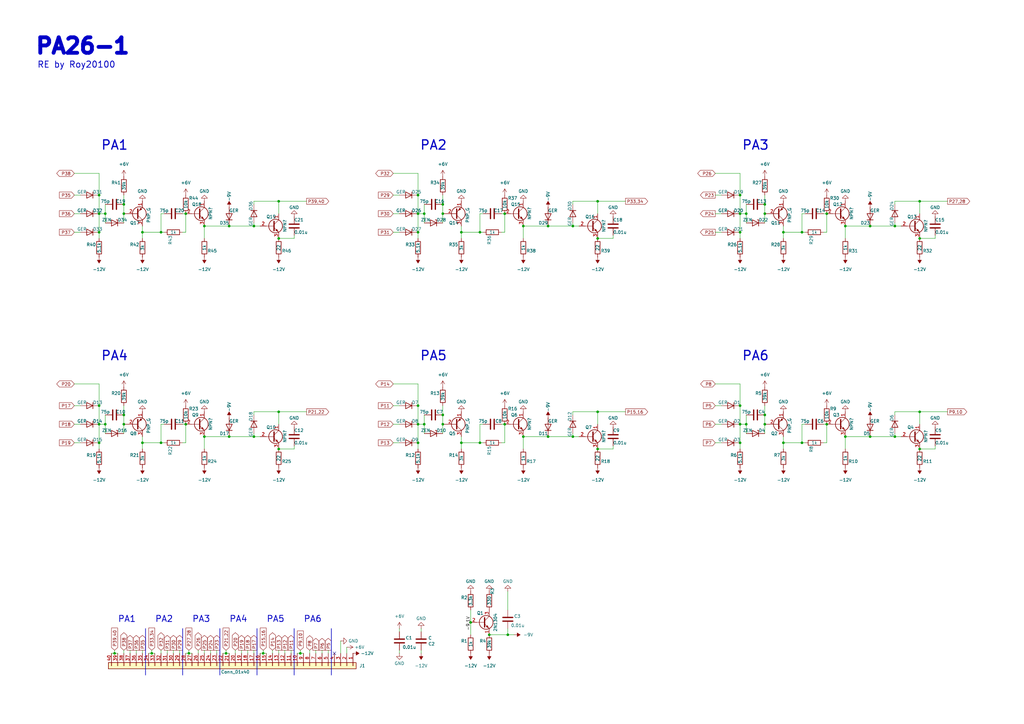
<source format=kicad_sch>
(kicad_sch (version 20250114) (generator "eeschema") (generator_version "9.0")
  (paper "A3")
  (text "PA6\n" (at 128.27 254 0) (effects (font (size 2.54 2.54) (thickness 0.3175))))
  (text "PA5" (at 113.03 254 0) (effects (font (size 2.54 2.54) (thickness 0.3175))))
  (text "PA2" (at 177.8 59.69 0) (effects (font (size 3.81 3.81) (thickness 0.508) (bold yes))))
  (text "PA5" (at 177.8 146.05 0) (effects (font (size 3.81 3.81) (thickness 0.508) (bold yes))))
  (text "PA6" (at 309.88 146.05 0) (effects (font (size 3.81 3.81) (thickness 0.508) (bold yes))))
  (text "PA3" (at 82.55 254 0) (effects (font (size 2.54 2.54) (thickness 0.3175))))
  (text "PA2" (at 67.31 254 0) (effects (font (size 2.54 2.54) (thickness 0.3175))))
  (text "PA26-1" (at 13.97 19.05 0) (effects (font (size 6.35 6.35) (thickness 2.54) (bold yes)) (justify left)))
  (text "PA3" (at 309.88 59.69 0) (effects (font (size 3.81 3.81) (thickness 0.508) (bold yes))))
  (text "PA4" (at 46.99 146.05 0) (effects (font (size 3.81 3.81) (thickness 0.508) (bold yes))))
  (text "RE by Roy20100" (at 15.24 26.67 0) (effects (font (size 2.54 2.54) (thickness 0.3175)) (justify left)))
  (text "PA1" (at 52.07 254 0) (effects (font (size 2.54 2.54) (thickness 0.3175))))
  (text "PA4" (at 97.79 254 0) (effects (font (size 2.54 2.54) (thickness 0.3175))))
  (text "PA1" (at 46.99 59.69 0) (effects (font (size 3.81 3.81) (thickness 0.508) (bold yes))))
  (junction (at 50.8 83.82))
  (junction (at 93.98 92.71))
  (junction (at 313.69 87.63))
  (junction (at 207.01 87.63))
  (junction (at 40.64 87.63))
  (junction (at 367.03 92.71))
  (junction (at 377.19 184.15))
  (junction (at 171.45 181.61))
  (junction (at 208.28 260.35))
  (junction (at 40.64 181.61))
  (junction (at 196.85 95.25))
  (junction (at 214.63 92.71))
  (junction (at 321.31 95.25))
  (junction (at 40.64 166.37))
  (junction (at 214.63 179.07))
  (junction (at 356.87 179.07))
  (junction (at 303.53 166.37))
  (junction (at 43.18 173.99))
  (junction (at 181.61 83.82))
  (junction (at 40.64 173.99))
  (junction (at 321.31 181.61))
  (junction (at 196.85 181.61))
  (junction (at 245.11 82.55))
  (junction (at 189.23 95.25))
  (junction (at 114.3 97.79))
  (junction (at 303.53 87.63))
  (junction (at 58.42 181.61))
  (junction (at 66.04 95.25))
  (junction (at 346.71 179.07))
  (junction (at 58.42 95.25))
  (junction (at 50.8 173.99))
  (junction (at 245.11 168.91))
  (junction (at 207.01 173.99))
  (junction (at 181.61 87.63))
  (junction (at 313.69 83.82))
  (junction (at 123.19 267.97))
  (junction (at 339.09 173.99))
  (junction (at 50.8 170.18))
  (junction (at 43.18 87.63))
  (junction (at 181.61 170.18))
  (junction (at 173.99 87.63))
  (junction (at 313.69 170.18))
  (junction (at 171.45 95.25))
  (junction (at 76.2 173.99))
  (junction (at 83.82 92.71))
  (junction (at 303.53 80.01))
  (junction (at 171.45 87.63))
  (junction (at 234.95 179.07))
  (junction (at 328.93 95.25))
  (junction (at 377.19 82.55))
  (junction (at 66.04 181.61))
  (junction (at 356.87 92.71))
  (junction (at 224.79 92.71))
  (junction (at 114.3 82.55))
  (junction (at 171.45 166.37))
  (junction (at 83.82 179.07))
  (junction (at 193.04 255.27))
  (junction (at 173.99 173.99))
  (junction (at 245.11 97.79))
  (junction (at 328.93 181.61))
  (junction (at 234.95 92.71))
  (junction (at 181.61 173.99))
  (junction (at 313.69 173.99))
  (junction (at 367.03 179.07))
  (junction (at 92.71 267.97))
  (junction (at 306.07 87.63))
  (junction (at 171.45 173.99))
  (junction (at 377.19 97.79))
  (junction (at 104.14 92.71))
  (junction (at 306.07 173.99))
  (junction (at 62.23 267.97))
  (junction (at 114.3 184.15))
  (junction (at 77.47 267.97))
  (junction (at 303.53 173.99))
  (junction (at 339.09 87.63))
  (junction (at 303.53 181.61))
  (junction (at 107.95 267.97))
  (junction (at 245.11 184.15))
  (junction (at 200.66 260.35))
  (junction (at 346.71 92.71))
  (junction (at 40.64 95.25))
  (junction (at 303.53 95.25))
  (junction (at 46.99 267.97))
  (junction (at 171.45 80.01))
  (junction (at 76.2 87.63))
  (junction (at 93.98 179.07))
  (junction (at 104.14 179.07))
  (junction (at 114.3 168.91))
  (junction (at 377.19 168.91))
  (junction (at 40.64 80.01))
  (junction (at 189.23 181.61))
  (junction (at 50.8 87.63))
  (junction (at 224.79 179.07))
  (no_connect (at 137.16 267.97))
  (wire (pts (xy 40.64 80.01) (xy 40.64 87.63)))
  (wire (pts (xy 321.31 92.71) (xy 321.31 95.25)))
  (wire (pts (xy 303.53 157.48) (xy 303.53 166.37)))
  (wire (pts (xy 40.64 173.99) (xy 43.18 173.99)))
  (wire (pts (xy 62.23 266.7) (xy 62.23 267.97)))
  (wire (pts (xy 172.72 267.97) (xy 172.72 266.7)))
  (wire (pts (xy 83.82 92.71) (xy 83.82 97.79)))
  (wire (pts (xy 306.07 87.63) (xy 306.07 91.44)))
  (wire (pts (xy 121.92 267.97) (xy 123.19 267.97)))
  (wire (pts (xy 107.95 267.97) (xy 109.22 267.97)))
  (wire (pts (xy 356.87 179.07) (xy 367.03 179.07)))
  (wire (pts (xy 111.76 266.7) (xy 111.76 267.97)))
  (wire (pts (xy 196.85 181.61) (xy 198.12 181.61)))
  (wire (pts (xy 163.83 259.08) (xy 163.83 257.81)))
  (wire (pts (xy 251.46 184.15) (xy 245.11 184.15)))
  (wire (pts (xy 66.04 87.63) (xy 66.04 95.25)))
  (wire (pts (xy 214.63 92.71) (xy 214.63 97.79)))
  (wire (pts (xy 40.64 71.12) (xy 40.64 80.01)))
  (wire (pts (xy 30.48 166.37) (xy 33.02 166.37)))
  (wire (pts (xy 30.48 157.48) (xy 40.64 157.48)))
  (wire (pts (xy 120.65 96.52) (xy 120.65 97.79)))
  (wire (pts (xy 50.8 170.18) (xy 50.8 173.99)))
  (wire (pts (xy 120.65 97.79) (xy 114.3 97.79)))
  (polyline (pts (xy 120.65 257.81) (xy 120.65 276.86)) (stroke (width 0.254)))
  (wire (pts (xy 306.07 83.82) (xy 306.07 87.63)))
  (wire (pts (xy 205.74 87.63) (xy 207.01 87.63)))
  (wire (pts (xy 43.18 83.82) (xy 43.18 87.63)))
  (wire (pts (xy 142.24 265.43) (xy 142.24 267.97)))
  (wire (pts (xy 198.12 87.63) (xy 196.85 87.63)))
  (wire (pts (xy 96.52 266.7) (xy 96.52 267.97)))
  (wire (pts (xy 50.8 87.63) (xy 50.8 91.44)))
  (wire (pts (xy 189.23 95.25) (xy 189.23 97.79)))
  (wire (pts (xy 104.14 82.55) (xy 104.14 83.82)))
  (wire (pts (xy 313.69 87.63) (xy 313.69 91.44)))
  (wire (pts (xy 339.09 95.25) (xy 339.09 87.63)))
  (wire (pts (xy 163.83 267.97) (xy 163.83 266.7)))
  (wire (pts (xy 77.47 267.97) (xy 78.74 267.97)))
  (wire (pts (xy 76.2 181.61) (xy 76.2 173.99)))
  (wire (pts (xy 303.53 80.01) (xy 303.53 87.63)))
  (wire (pts (xy 66.04 173.99) (xy 66.04 181.61)))
  (wire (pts (xy 293.37 87.63) (xy 295.91 87.63)))
  (wire (pts (xy 58.42 266.7) (xy 58.42 267.97)))
  (wire (pts (xy 337.82 95.25) (xy 339.09 95.25)))
  (wire (pts (xy 367.03 82.55) (xy 377.19 82.55)))
  (wire (pts (xy 171.45 157.48) (xy 171.45 166.37)))
  (wire (pts (xy 30.48 95.25) (xy 33.02 95.25)))
  (wire (pts (xy 313.69 170.18) (xy 313.69 173.99)))
  (wire (pts (xy 337.82 87.63) (xy 339.09 87.63)))
  (wire (pts (xy 43.18 170.18) (xy 43.18 173.99)))
  (wire (pts (xy 251.46 182.88) (xy 251.46 184.15)))
  (wire (pts (xy 83.82 179.07) (xy 83.82 184.15)))
  (wire (pts (xy 205.74 173.99) (xy 207.01 173.99)))
  (wire (pts (xy 83.82 92.71) (xy 93.98 92.71)))
  (wire (pts (xy 123.19 266.7) (xy 123.19 267.97)))
  (wire (pts (xy 50.8 80.01) (xy 50.8 83.82)))
  (wire (pts (xy 127 266.7) (xy 127 267.97)))
  (wire (pts (xy 171.45 87.63) (xy 171.45 95.25)))
  (wire (pts (xy 293.37 181.61) (xy 295.91 181.61)))
  (wire (pts (xy 104.14 177.8) (xy 104.14 179.07)))
  (wire (pts (xy 346.71 179.07) (xy 356.87 179.07)))
  (wire (pts (xy 383.54 97.79) (xy 377.19 97.79)))
  (wire (pts (xy 66.04 95.25) (xy 67.31 95.25)))
  (wire (pts (xy 181.61 173.99) (xy 181.61 177.8)))
  (polyline (pts (xy 59.69 257.81) (xy 59.69 276.86)) (stroke (width 0.254)))
  (wire (pts (xy 173.99 87.63) (xy 173.99 91.44)))
  (wire (pts (xy 50.8 83.82) (xy 50.8 87.63)))
  (wire (pts (xy 30.48 173.99) (xy 33.02 173.99)))
  (wire (pts (xy 208.28 242.57) (xy 208.28 250.19)))
  (wire (pts (xy 181.61 87.63) (xy 181.61 91.44)))
  (wire (pts (xy 189.23 181.61) (xy 196.85 181.61)))
  (wire (pts (xy 303.53 71.12) (xy 303.53 80.01)))
  (wire (pts (xy 92.71 266.7) (xy 92.71 267.97)))
  (wire (pts (xy 104.14 266.7) (xy 104.14 267.97)))
  (wire (pts (xy 161.29 181.61) (xy 163.83 181.61)))
  (wire (pts (xy 58.42 181.61) (xy 66.04 181.61)))
  (wire (pts (xy 196.85 87.63) (xy 196.85 95.25)))
  (wire (pts (xy 234.95 179.07) (xy 237.49 179.07)))
  (wire (pts (xy 114.3 168.91) (xy 114.3 173.99)))
  (wire (pts (xy 193.04 250.19) (xy 193.04 255.27)))
  (wire (pts (xy 303.53 173.99) (xy 306.07 173.99)))
  (wire (pts (xy 181.61 80.01) (xy 181.61 83.82)))
  (wire (pts (xy 107.95 267.97) (xy 106.68 267.97)))
  (wire (pts (xy 234.95 91.44) (xy 234.95 92.71)))
  (wire (pts (xy 339.09 181.61) (xy 339.09 173.99)))
  (wire (pts (xy 50.8 166.37) (xy 50.8 170.18)))
  (wire (pts (xy 173.99 83.82) (xy 173.99 87.63)))
  (wire (pts (xy 377.19 82.55) (xy 388.62 82.55)))
  (wire (pts (xy 120.65 184.15) (xy 114.3 184.15)))
  (wire (pts (xy 171.45 181.61) (xy 171.45 184.15)))
  (wire (pts (xy 161.29 71.12) (xy 171.45 71.12)))
  (wire (pts (xy 245.11 168.91) (xy 245.11 173.99)))
  (wire (pts (xy 114.3 168.91) (xy 125.73 168.91)))
  (wire (pts (xy 116.84 266.7) (xy 116.84 267.97)))
  (wire (pts (xy 93.98 179.07) (xy 104.14 179.07)))
  (wire (pts (xy 58.42 181.61) (xy 58.42 184.15)))
  (wire (pts (xy 234.95 82.55) (xy 234.95 83.82)))
  (wire (pts (xy 50.8 266.7) (xy 50.8 267.97)))
  (wire (pts (xy 91.44 267.97) (xy 92.71 267.97)))
  (wire (pts (xy 107.95 266.7) (xy 107.95 267.97)))
  (wire (pts (xy 114.3 266.7) (xy 114.3 267.97)))
  (wire (pts (xy 303.53 95.25) (xy 303.53 97.79)))
  (wire (pts (xy 58.42 92.71) (xy 58.42 95.25)))
  (wire (pts (xy 161.29 166.37) (xy 163.83 166.37)))
  (wire (pts (xy 306.07 173.99) (xy 306.07 177.8)))
  (wire (pts (xy 40.64 87.63) (xy 40.64 95.25)))
  (wire (pts (xy 293.37 157.48) (xy 303.53 157.48)))
  (wire (pts (xy 367.03 91.44) (xy 367.03 92.71)))
  (wire (pts (xy 58.42 95.25) (xy 66.04 95.25)))
  (wire (pts (xy 367.03 177.8) (xy 367.03 179.07)))
  (wire (pts (xy 367.03 179.07) (xy 369.57 179.07)))
  (wire (pts (xy 67.31 87.63) (xy 66.04 87.63)))
  (wire (pts (xy 81.28 266.7) (xy 81.28 267.97)))
  (wire (pts (xy 171.45 95.25) (xy 171.45 97.79)))
  (wire (pts (xy 224.79 179.07) (xy 234.95 179.07)))
  (wire (pts (xy 55.88 266.7) (xy 55.88 267.97)))
  (wire (pts (xy 367.03 92.71) (xy 369.57 92.71)))
  (wire (pts (xy 161.29 173.99) (xy 163.83 173.99)))
  (wire (pts (xy 53.34 266.7) (xy 53.34 267.97)))
  (wire (pts (xy 30.48 71.12) (xy 40.64 71.12)))
  (wire (pts (xy 76.2 267.97) (xy 77.47 267.97)))
  (wire (pts (xy 200.66 260.35) (xy 208.28 260.35)))
  (wire (pts (xy 313.69 80.01) (xy 313.69 83.82)))
  (wire (pts (xy 66.04 266.7) (xy 66.04 267.97)))
  (wire (pts (xy 337.82 181.61) (xy 339.09 181.61)))
  (wire (pts (xy 30.48 87.63) (xy 33.02 87.63)))
  (wire (pts (xy 293.37 71.12) (xy 303.53 71.12)))
  (wire (pts (xy 245.11 82.55) (xy 245.11 87.63)))
  (wire (pts (xy 71.12 266.7) (xy 71.12 267.97)))
  (wire (pts (xy 377.19 168.91) (xy 388.62 168.91)))
  (wire (pts (xy 328.93 87.63) (xy 328.93 95.25)))
  (wire (pts (xy 234.95 168.91) (xy 245.11 168.91)))
  (wire (pts (xy 99.06 266.7) (xy 99.06 267.97)))
  (wire (pts (xy 83.82 179.07) (xy 93.98 179.07)))
  (wire (pts (xy 171.45 173.99) (xy 171.45 181.61)))
  (wire (pts (xy 181.61 166.37) (xy 181.61 170.18)))
  (wire (pts (xy 104.14 91.44) (xy 104.14 92.71)))
  (wire (pts (xy 171.45 87.63) (xy 173.99 87.63)))
  (wire (pts (xy 66.04 181.61) (xy 67.31 181.61)))
  (wire (pts (xy 207.01 95.25) (xy 207.01 87.63)))
  (wire (pts (xy 40.64 173.99) (xy 40.64 181.61)))
  (wire (pts (xy 93.98 92.71) (xy 104.14 92.71)))
  (wire (pts (xy 40.64 95.25) (xy 40.64 97.79)))
  (wire (pts (xy 328.93 173.99) (xy 328.93 181.61)))
  (wire (pts (xy 293.37 173.99) (xy 295.91 173.99)))
  (wire (pts (xy 383.54 96.52) (xy 383.54 97.79)))
  (wire (pts (xy 40.64 157.48) (xy 40.64 166.37)))
  (wire (pts (xy 208.28 257.81) (xy 208.28 260.35)))
  (wire (pts (xy 77.47 266.7) (xy 77.47 267.97)))
  (wire (pts (xy 337.82 173.99) (xy 339.09 173.99)))
  (wire (pts (xy 321.31 181.61) (xy 321.31 184.15)))
  (wire (pts (xy 306.07 170.18) (xy 306.07 173.99)))
  (wire (pts (xy 313.69 83.82) (xy 313.69 87.63)))
  (wire (pts (xy 196.85 95.25) (xy 198.12 95.25)))
  (wire (pts (xy 43.18 87.63) (xy 43.18 91.44)))
  (wire (pts (xy 129.54 266.7) (xy 129.54 267.97)))
  (wire (pts (xy 74.93 181.61) (xy 76.2 181.61)))
  (wire (pts (xy 45.72 267.97) (xy 46.99 267.97)))
  (wire (pts (xy 245.11 82.55) (xy 256.54 82.55)))
  (wire (pts (xy 367.03 168.91) (xy 377.19 168.91)))
  (wire (pts (xy 76.2 95.25) (xy 76.2 87.63)))
  (wire (pts (xy 181.61 83.82) (xy 181.61 87.63)))
  (wire (pts (xy 207.01 181.61) (xy 207.01 173.99)))
  (wire (pts (xy 293.37 166.37) (xy 295.91 166.37)))
  (wire (pts (xy 104.14 92.71) (xy 106.68 92.71)))
  (wire (pts (xy 68.58 266.7) (xy 68.58 267.97)))
  (wire (pts (xy 74.93 95.25) (xy 76.2 95.25)))
  (wire (pts (xy 321.31 179.07) (xy 321.31 181.61)))
  (wire (pts (xy 303.53 166.37) (xy 303.53 173.99)))
  (wire (pts (xy 181.61 170.18) (xy 181.61 173.99)))
  (wire (pts (xy 303.53 181.61) (xy 303.53 184.15)))
  (wire (pts (xy 293.37 95.25) (xy 295.91 95.25)))
  (wire (pts (xy 88.9 266.7) (xy 88.9 267.97)))
  (wire (pts (xy 161.29 157.48) (xy 171.45 157.48)))
  (wire (pts (xy 74.93 173.99) (xy 76.2 173.99)))
  (wire (pts (xy 67.31 173.99) (xy 66.04 173.99)))
  (wire (pts (xy 321.31 95.25) (xy 328.93 95.25)))
  (wire (pts (xy 50.8 173.99) (xy 50.8 177.8)))
  (wire (pts (xy 104.14 82.55) (xy 114.3 82.55)))
  (wire (pts (xy 214.63 92.71) (xy 224.79 92.71)))
  (wire (pts (xy 328.93 95.25) (xy 330.2 95.25)))
  (wire (pts (xy 62.23 267.97) (xy 60.96 267.97)))
  (wire (pts (xy 245.11 168.91) (xy 256.54 168.91)))
  (wire (pts (xy 234.95 177.8) (xy 234.95 179.07)))
  (polyline (pts (xy 105.41 257.81) (xy 105.41 276.86)) (stroke (width 0.254)))
  (wire (pts (xy 92.71 267.97) (xy 93.98 267.97)))
  (wire (pts (xy 40.64 181.61) (xy 40.64 184.15)))
  (wire (pts (xy 321.31 181.61) (xy 328.93 181.61)))
  (wire (pts (xy 74.93 87.63) (xy 76.2 87.63)))
  (wire (pts (xy 83.82 266.7) (xy 83.82 267.97)))
  (wire (pts (xy 196.85 173.99) (xy 196.85 181.61)))
  (wire (pts (xy 171.45 80.01) (xy 171.45 87.63)))
  (wire (pts (xy 139.7 262.89) (xy 139.7 267.97)))
  (wire (pts (xy 132.08 266.7) (xy 132.08 267.97)))
  (wire (pts (xy 73.66 266.7) (xy 73.66 267.97)))
  (wire (pts (xy 303.53 87.63) (xy 306.07 87.63)))
  (polyline (pts (xy 90.17 257.81) (xy 90.17 276.86)) (stroke (width 0.254)))
  (wire (pts (xy 377.19 82.55) (xy 377.19 87.63)))
  (wire (pts (xy 189.23 179.07) (xy 189.23 181.61)))
  (wire (pts (xy 321.31 95.25) (xy 321.31 97.79)))
  (wire (pts (xy 134.62 266.7) (xy 134.62 267.97)))
  (wire (pts (xy 120.65 182.88) (xy 120.65 184.15)))
  (polyline (pts (xy 135.89 257.81) (xy 135.89 276.86)) (stroke (width 0.254)))
  (wire (pts (xy 161.29 80.01) (xy 163.83 80.01)))
  (wire (pts (xy 86.36 266.7) (xy 86.36 267.97)))
  (wire (pts (xy 330.2 173.99) (xy 328.93 173.99)))
  (wire (pts (xy 346.71 179.07) (xy 346.71 184.15)))
  (wire (pts (xy 383.54 182.88) (xy 383.54 184.15)))
  (wire (pts (xy 367.03 82.55) (xy 367.03 83.82)))
  (wire (pts (xy 198.12 173.99) (xy 196.85 173.99)))
  (wire (pts (xy 193.04 260.35) (xy 193.04 255.27)))
  (wire (pts (xy 58.42 95.25) (xy 58.42 97.79)))
  (wire (pts (xy 104.14 168.91) (xy 114.3 168.91)))
  (wire (pts (xy 161.29 87.63) (xy 163.83 87.63)))
  (wire (pts (xy 171.45 71.12) (xy 171.45 80.01)))
  (wire (pts (xy 46.99 266.7) (xy 46.99 267.97)))
  (wire (pts (xy 313.69 173.99) (xy 313.69 177.8)))
  (wire (pts (xy 208.28 260.35) (xy 210.82 260.35)))
  (wire (pts (xy 346.71 92.71) (xy 356.87 92.71)))
  (wire (pts (xy 377.19 168.91) (xy 377.19 173.99)))
  (wire (pts (xy 30.48 80.01) (xy 33.02 80.01)))
  (wire (pts (xy 224.79 92.71) (xy 234.95 92.71)))
  (wire (pts (xy 214.63 179.07) (xy 224.79 179.07)))
  (wire (pts (xy 189.23 92.71) (xy 189.23 95.25)))
  (wire (pts (xy 205.74 95.25) (xy 207.01 95.25)))
  (wire (pts (xy 62.23 267.97) (xy 63.5 267.97)))
  (wire (pts (xy 303.53 87.63) (xy 303.53 95.25)))
  (polyline (pts (xy 74.93 257.81) (xy 74.93 276.86)) (stroke (width 0.254)))
  (wire (pts (xy 356.87 92.71) (xy 367.03 92.71)))
  (wire (pts (xy 114.3 82.55) (xy 125.73 82.55)))
  (wire (pts (xy 189.23 95.25) (xy 196.85 95.25)))
  (wire (pts (xy 46.99 267.97) (xy 48.26 267.97)))
  (wire (pts (xy 172.72 259.08) (xy 172.72 257.81)))
  (wire (pts (xy 330.2 87.63) (xy 328.93 87.63)))
  (wire (pts (xy 40.64 87.63) (xy 43.18 87.63)))
  (wire (pts (xy 189.23 181.61) (xy 189.23 184.15)))
  (wire (pts (xy 293.37 80.01) (xy 295.91 80.01)))
  (wire (pts (xy 119.38 266.7) (xy 119.38 267.97)))
  (wire (pts (xy 101.6 266.7) (xy 101.6 267.97)))
  (wire (pts (xy 251.46 97.79) (xy 245.11 97.79)))
  (wire (pts (xy 114.3 82.55) (xy 114.3 87.63)))
  (wire (pts (xy 251.46 96.52) (xy 251.46 97.79)))
  (wire (pts (xy 234.95 92.71) (xy 237.49 92.71)))
  (wire (pts (xy 173.99 173.99) (xy 173.99 177.8)))
  (wire (pts (xy 346.71 92.71) (xy 346.71 97.79)))
  (wire (pts (xy 383.54 184.15) (xy 377.19 184.15)))
  (wire (pts (xy 234.95 82.55) (xy 245.11 82.55)))
  (wire (pts (xy 171.45 166.37) (xy 171.45 173.99)))
  (wire (pts (xy 123.19 267.97) (xy 124.46 267.97)))
  (wire (pts (xy 104.14 179.07) (xy 106.68 179.07)))
  (wire (pts (xy 214.63 179.07) (xy 214.63 184.15)))
  (wire (pts (xy 173.99 170.18) (xy 173.99 173.99)))
  (wire (pts (xy 104.14 168.91) (xy 104.14 170.18)))
  (wire (pts (xy 58.42 179.07) (xy 58.42 181.61)))
  (wire (pts (xy 205.74 181.61) (xy 207.01 181.61)))
  (wire (pts (xy 328.93 181.61) (xy 330.2 181.61)))
  (wire (pts (xy 40.64 166.37) (xy 40.64 173.99)))
  (wire (pts (xy 367.03 168.91) (xy 367.03 170.18)))
  (wire (pts (xy 161.29 95.25) (xy 163.83 95.25)))
  (wire (pts (xy 30.48 181.61) (xy 33.02 181.61)))
  (wire (pts (xy 171.45 173.99) (xy 173.99 173.99)))
  (wire (pts (xy 43.18 173.99) (xy 43.18 177.8)))
  (wire (pts (xy 303.53 173.99) (xy 303.53 181.61)))
  (wire (pts (xy 234.95 168.91) (xy 234.95 170.18)))
  (wire (pts (xy 313.69 166.37) (xy 313.69 170.18)))
  (label "-9.1V" (at 193.04 252.73 270))
  (global_label "P39,40" (shape input) (at 46.99 266.7 90) (property "Intersheetrefs" "${INTERSHEET_REFS}" (effects (hide yes))))
  (global_label "P6" (shape input) (at 293.37 173.99 180) (property "Intersheetrefs" "${INTERSHEET_REFS}" (effects (hide yes))))
  (global_label "P30" (shape output) (at 71.12 266.7 90) (property "Intersheetrefs" "${INTERSHEET_REFS}" (effects (hide yes))))
  (global_label "P31" (shape output) (at 68.58 266.7 90) (property "Intersheetrefs" "${INTERSHEET_REFS}" (effects (hide yes))))
  (global_label "P13" (shape input) (at 161.29 181.61 180) (property "Intersheetrefs" "${INTERSHEET_REFS}" (effects (hide yes))))
  (global_label "P33,34" (shape input) (at 62.23 266.7 90) (property "Intersheetrefs" "${INTERSHEET_REFS}" (effects (hide yes))))
  (global_label "P7" (shape output) (at 129.54 266.7 90) (property "Intersheetrefs" "${INTERSHEET_REFS}" (effects (hide yes))))
  (global_label "P6" (shape output) (at 132.08 266.7 90) (property "Intersheetrefs" "${INTERSHEET_REFS}" (effects (hide yes))))
  (global_label "P39,40" (shape output) (at 125.73 82.55 0) (property "Intersheetrefs" "${INTERSHEET_REFS}" (effects (hide yes))))
  (global_label "P21,22" (shape input) (at 92.71 266.7 90) (property "Intersheetrefs" "${INTERSHEET_REFS}" (effects (hide yes))))
  (global_label "P13" (shape output) (at 114.3 266.7 90) (property "Intersheetrefs" "${INTERSHEET_REFS}" (effects (hide yes))))
  (global_label "P30" (shape input) (at 161.29 87.63 180) (property "Intersheetrefs" "${INTERSHEET_REFS}" (effects (hide yes))))
  (global_label "P31" (shape input) (at 161.29 95.25 180) (property "Intersheetrefs" "${INTERSHEET_REFS}" (effects (hide yes))))
  (global_label "P35" (shape input) (at 30.48 80.01 180) (property "Intersheetrefs" "${INTERSHEET_REFS}" (effects (hide yes))))
  (global_label "P23" (shape output) (at 88.9 266.7 90) (property "Intersheetrefs" "${INTERSHEET_REFS}" (effects (hide yes))))
  (global_label "P32" (shape bidirectional) (at 66.04 266.7 90) (property "Intersheetrefs" "${INTERSHEET_REFS}" (effects (hide yes))))
  (global_label "P17" (shape input) (at 30.48 166.37 180) (property "Intersheetrefs" "${INTERSHEET_REFS}" (effects (hide yes))))
  (global_label "P15,16" (shape output) (at 256.54 168.91 0) (property "Intersheetrefs" "${INTERSHEET_REFS}" (effects (hide yes))))
  (global_label "P12" (shape input) (at 161.29 173.99 180) (property "Intersheetrefs" "${INTERSHEET_REFS}" (effects (hide yes))))
  (global_label "P20" (shape bidirectional) (at 30.48 157.48 180) (property "Intersheetrefs" "${INTERSHEET_REFS}" (effects (hide yes))))
  (global_label "P5" (shape output) (at 134.62 266.7 90) (property "Intersheetrefs" "${INTERSHEET_REFS}" (effects (hide yes))))
  (global_label "P15,16" (shape input) (at 107.95 266.7 90) (property "Intersheetrefs" "${INTERSHEET_REFS}" (effects (hide yes))))
  (global_label "P37" (shape output) (at 53.34 266.7 90) (property "Intersheetrefs" "${INTERSHEET_REFS}" (effects (hide yes))))
  (global_label "P7" (shape input) (at 293.37 181.61 180) (property "Intersheetrefs" "${INTERSHEET_REFS}" (effects (hide yes))))
  (global_label "P37" (shape input) (at 30.48 95.25 180) (property "Intersheetrefs" "${INTERSHEET_REFS}" (effects (hide yes))))
  (global_label "P18" (shape input) (at 30.48 173.99 180) (property "Intersheetrefs" "${INTERSHEET_REFS}" (effects (hide yes))))
  (global_label "P27,28" (shape output) (at 388.62 82.55 0) (property "Intersheetrefs" "${INTERSHEET_REFS}" (effects (hide yes))))
  (global_label "P19" (shape input) (at 30.48 181.61 180) (property "Intersheetrefs" "${INTERSHEET_REFS}" (effects (hide yes))))
  (global_label "P12" (shape output) (at 116.84 266.7 90) (property "Intersheetrefs" "${INTERSHEET_REFS}" (effects (hide yes))))
  (global_label "P26" (shape bidirectional) (at 81.28 266.7 90) (property "Intersheetrefs" "${INTERSHEET_REFS}" (effects (hide yes))))
  (global_label "P9,10" (shape output) (at 388.62 168.91 0) (property "Intersheetrefs" "${INTERSHEET_REFS}" (effects (hide yes))))
  (global_label "P25" (shape output) (at 83.82 266.7 90) (property "Intersheetrefs" "${INTERSHEET_REFS}" (effects (hide yes))))
  (global_label "P33,34" (shape output) (at 256.54 82.55 0) (property "Intersheetrefs" "${INTERSHEET_REFS}" (effects (hide yes))))
  (global_label "P18" (shape output) (at 101.6 266.7 90) (property "Intersheetrefs" "${INTERSHEET_REFS}" (effects (hide yes))))
  (global_label "P26" (shape bidirectional) (at 293.37 71.12 180) (property "Intersheetrefs" "${INTERSHEET_REFS}" (effects (hide yes))))
  (global_label "P21,22" (shape output) (at 125.73 168.91 0) (property "Intersheetrefs" "${INTERSHEET_REFS}" (effects (hide yes))))
  (global_label "P27,28" (shape input) (at 77.47 266.7 90) (property "Intersheetrefs" "${INTERSHEET_REFS}" (effects (hide yes))))
  (global_label "P17" (shape output) (at 104.14 266.7 90) (property "Intersheetrefs" "${INTERSHEET_REFS}" (effects (hide yes))))
  (global_label "P8" (shape bidirectional) (at 127 266.7 90) (property "Intersheetrefs" "${INTERSHEET_REFS}" (effects (hide yes))))
  (global_label "P24" (shape output) (at 293.37 87.63 180) (property "Intersheetrefs" "${INTERSHEET_REFS}" (effects (hide yes))))
  (global_label "P36" (shape output) (at 55.88 266.7 90) (property "Intersheetrefs" "${INTERSHEET_REFS}" (effects (hide yes))))
  (global_label "P19" (shape output) (at 99.06 266.7 90) (property "Intersheetrefs" "${INTERSHEET_REFS}" (effects (hide yes))))
  (global_label "P38" (shape bidirectional) (at 30.48 71.12 180) (property "Intersheetrefs" "${INTERSHEET_REFS}" (effects (hide yes))))
  (global_label "P29" (shape input) (at 161.29 80.01 180) (property "Intersheetrefs" "${INTERSHEET_REFS}" (effects (hide yes))))
  (global_label "P5" (shape input) (at 293.37 166.37 180) (property "Intersheetrefs" "${INTERSHEET_REFS}" (effects (hide yes))))
  (global_label "P32" (shape bidirectional) (at 161.29 71.12 180) (property "Intersheetrefs" "${INTERSHEET_REFS}" (effects (hide yes))))
  (global_label "P20" (shape bidirectional) (at 96.52 266.7 90) (property "Intersheetrefs" "${INTERSHEET_REFS}" (effects (hide yes))))
  (global_label "P8" (shape bidirectional) (at 293.37 157.48 180) (property "Intersheetrefs" "${INTERSHEET_REFS}" (effects (hide yes))))
  (global_label "P11" (shape output) (at 119.38 266.7 90) (property "Intersheetrefs" "${INTERSHEET_REFS}" (effects (hide yes))))
  (global_label "P35" (shape output) (at 58.42 266.7 90) (property "Intersheetrefs" "${INTERSHEET_REFS}" (effects (hide yes))))
  (global_label "P36" (shape input) (at 30.48 87.63 180) (property "Intersheetrefs" "${INTERSHEET_REFS}" (effects (hide yes))))
  (global_label "P23" (shape output) (at 293.37 80.01 180) (property "Intersheetrefs" "${INTERSHEET_REFS}" (effects (hide yes))))
  (global_label "P24" (shape output) (at 86.36 266.7 90) (property "Intersheetrefs" "${INTERSHEET_REFS}" (effects (hide yes))))
  (global_label "P14" (shape bidirectional) (at 161.29 157.48 180) (property "Intersheetrefs" "${INTERSHEET_REFS}" (effects (hide yes))))
  (global_label "P29" (shape output) (at 73.66 266.7 90) (property "Intersheetrefs" "${INTERSHEET_REFS}" (effects (hide yes))))
  (global_label "P25" (shape output) (at 293.37 95.25 180) (property "Intersheetrefs" "${INTERSHEET_REFS}" (effects (hide yes))))
  (global_label "P11" (shape input) (at 161.29 166.37 180) (property "Intersheetrefs" "${INTERSHEET_REFS}" (effects (hide yes))))
  (global_label "P38" (shape bidirectional) (at 50.8 266.7 90) (property "Intersheetrefs" "${INTERSHEET_REFS}" (effects (hide yes))))
  (global_label "P14" (shape bidirectional) (at 111.76 266.7 90) (property "Intersheetrefs" "${INTERSHEET_REFS}" (effects (hide yes))))
  (global_label "P9,10" (shape input) (at 123.19 266.7 90) (property "Intersheetrefs" "${INTERSHEET_REFS}" (effects (hide yes))))
  (symbol (lib_id "Device:R") (at 339.09 83.82 180) (unit 1)
    (property "Reference" "R30" (at 340.36 81.28 0) (effects (justify right)))
    (property "Value" "10k" (at 339.09 83.82 90))
    (property "Footprint" "Resistor_THT:R_Axial_DIN0309_L9.0mm_D3.2mm_P15.24mm_Horizontal" (effects (hide yes)))
    (property "Description" "Resistor" (effects (hide yes)))
  )
  (symbol (lib_id "Device:R") (at 313.69 76.2 0) (unit 1)
    (property "Reference" "R27" (at 312.42 74.93 0) (effects (justify right)))
    (property "Value" "39k" (at 313.69 76.2 90))
    (property "Footprint" "Resistor_THT:R_Axial_DIN0309_L9.0mm_D3.2mm_P15.24mm_Horizontal" (effects (hide yes)))
    (property "Description" "Resistor" (effects (hide yes)))
  )
  (symbol (lib_id "power:+6V") (at 50.8 158.75 0) (unit 1)
    (property "Reference" "#PWR07" (effects (hide yes)))
    (property "Value" "+6V" (at 50.8 153.67 0))
    (property "Description" "Power symbol creates a global label with name \"+6V\"" (effects (hide yes)))
  )
  (symbol (lib_id "Device:R") (at 114.3 187.96 180) (unit 1)
    (property "Reference" "R25" (at 115.57 189.23 0) (effects (justify right)))
    (property "Value" "22" (at 114.3 187.96 90))
    (property "Footprint" "Resistor_THT:R_Axial_DIN0309_L9.0mm_D3.2mm_P15.24mm_Horizontal" (effects (hide yes)))
    (property "Description" "Resistor" (effects (hide yes)))
  )
  (symbol (lib_id "Diode:1N4148") (at 356.87 88.9 270) (mirror x) (unit 1)
    (property "Reference" "D23" (at 356.87 91.44 90) (effects (justify right)))
    (property "Value" "GER" (at 356.87 86.36 90) (effects (justify left)))
    (property "Footprint" "Diode_THT:D_DO-34_SOD68_P12.70mm_Horizontal" (effects (hide yes)))
    (property "Datasheet" "https://assets.nexperia.com/documents/data-sheet/1N4148_1N4448.pdf" (effects (hide yes)))
    (property "Description" "100V 0.15A standard switching diode, DO-35" (effects (hide yes)))
    (property "Sim.Device" "D" (effects (hide yes)))
    (property "Sim.Pins" "1=K 2=A" (effects (hide yes)))
  )
  (symbol (lib_id "power:GND") (at 346.71 168.91 0) (mirror x) (unit 1)
    (property "Reference" "#PWR082" (effects (hide yes)))
    (property "Value" "GND" (at 346.71 164.7769 0))
    (property "Description" "Power symbol creates a global label with name \"GND\" , ground" (effects (hide yes)))
  )
  (symbol (lib_id "power:-12V") (at 193.04 267.97 180) (unit 1)
    (property "Reference" "#PWR040" (effects (hide yes)))
    (property "Value" "-12V" (at 193.04 273.05 0))
    (property "Description" "Power symbol creates a global label with name \"-12V\"" (effects (hide yes)))
  )
  (symbol (lib_id "power:GND") (at 58.42 82.55 0) (mirror x) (unit 1)
    (property "Reference" "#PWR095" (effects (hide yes)))
    (property "Value" "GND" (at 58.42 78.4169 0))
    (property "Description" "Power symbol creates a global label with name \"GND\" , ground" (effects (hide yes)))
  )
  (symbol (lib_id "power:-9V") (at 93.98 85.09 0) (unit 1)
    (property "Reference" "#PWR024" (effects (hide yes)))
    (property "Value" "-9V" (at 93.98 82.55 90) (effects (justify left)))
    (property "Description" "Power symbol creates a global label with name \"-9V\"" (effects (hide yes)))
  )
  (symbol (lib_id "Device:R") (at 377.19 101.6 180) (unit 1)
    (property "Reference" "R32" (at 378.46 102.87 0) (effects (justify right)))
    (property "Value" "22" (at 377.19 101.6 90))
    (property "Footprint" "Resistor_THT:R_Axial_DIN0309_L9.0mm_D3.2mm_P15.24mm_Horizontal" (effects (hide yes)))
    (property "Description" "Resistor" (effects (hide yes)))
  )
  (symbol (lib_id "Diode:1N4148") (at 224.79 88.9 270) (mirror x) (unit 1)
    (property "Reference" "D29" (at 224.79 91.44 90) (effects (justify right)))
    (property "Value" "GER" (at 224.79 86.36 90) (effects (justify left)))
    (property "Footprint" "Diode_THT:D_DO-34_SOD68_P12.70mm_Horizontal" (effects (hide yes)))
    (property "Datasheet" "https://assets.nexperia.com/documents/data-sheet/1N4148_1N4448.pdf" (effects (hide yes)))
    (property "Description" "100V 0.15A standard switching diode, DO-35" (effects (hide yes)))
    (property "Sim.Device" "D" (effects (hide yes)))
    (property "Sim.Pins" "1=K 2=A" (effects (hide yes)))
  )
  (symbol (lib_id "power:GND") (at 251.46 175.26 0) (mirror x) (unit 1)
    (property "Reference" "#PWR085" (effects (hide yes)))
    (property "Value" "GND" (at 251.46 171.45 0))
    (property "Description" "Power symbol creates a global label with name \"GND\" , ground" (effects (hide yes)))
  )
  (symbol (lib_id "Device:C") (at 383.54 92.71 180) (unit 1)
    (property "Reference" "C15" (at 383.54 90.17 0) (effects (justify right)))
    (property "Value" "0.01u" (at 383.54 95.25 0) (effects (justify right)))
    (property "Footprint" "Capacitor_THT:C_Axial_L5.1mm_D3.1mm_P15.00mm_Horizontal" (effects (hide yes)))
    (property "Description" "Unpolarized capacitor" (effects (hide yes)))
  )
  (symbol (lib_id "power:-12V") (at 214.63 191.77 180) (unit 1)
    (property "Reference" "#PWR048" (effects (hide yes)))
    (property "Value" "-12V" (at 214.63 196.85 0))
    (property "Description" "Power symbol creates a global label with name \"-12V\"" (effects (hide yes)))
  )
  (symbol (lib_id "Device:R") (at 346.71 187.96 180) (unit 1)
    (property "Reference" "R10" (at 347.98 189.23 0) (effects (justify right)))
    (property "Value" "1k" (at 346.71 187.96 90))
    (property "Footprint" "Resistor_THT:R_Axial_DIN0309_L9.0mm_D3.2mm_P15.24mm_Horizontal" (effects (hide yes)))
    (property "Description" "Resistor" (effects (hide yes)))
  )
  (symbol (lib_id "Diode:1N4148") (at 93.98 88.9 270) (mirror x) (unit 1)
    (property "Reference" "D35" (at 93.98 91.44 90) (effects (justify right)))
    (property "Value" "GER" (at 93.98 86.36 90) (effects (justify left)))
    (property "Footprint" "Diode_THT:D_DO-34_SOD68_P12.70mm_Horizontal" (effects (hide yes)))
    (property "Datasheet" "https://assets.nexperia.com/documents/data-sheet/1N4148_1N4448.pdf" (effects (hide yes)))
    (property "Description" "100V 0.15A standard switching diode, DO-35" (effects (hide yes)))
    (property "Sim.Device" "D" (effects (hide yes)))
    (property "Sim.Pins" "1=K 2=A" (effects (hide yes)))
  )
  (symbol (lib_id "Device:Q_PNP_EBC") (at 55.88 87.63 0) (mirror x) (unit 1)
    (property "Reference" "Q17" (at 53.34 91.44 0) (effects (justify left)))
    (property "Value" "PNP_G" (at 60.96 85.09 90) (effects (justify left)))
    (property "Footprint" "Package_TO_SOT_THT:TO-5-3" (effects (hide yes)))
    (property "Description" "PNP transistor, emitter/base/collector" (effects (hide yes)))
  )
  (symbol (lib_id "power:GND") (at 189.23 82.55 0) (mirror x) (unit 1)
    (property "Reference" "#PWR092" (effects (hide yes)))
    (property "Value" "GND" (at 189.23 78.4169 0))
    (property "Description" "Power symbol creates a global label with name \"GND\" , ground" (effects (hide yes)))
  )
  (symbol (lib_id "power:-9V") (at 224.79 85.09 0) (unit 1)
    (property "Reference" "#PWR023" (effects (hide yes)))
    (property "Value" "-9V" (at 224.79 82.55 90) (effects (justify left)))
    (property "Description" "Power symbol creates a global label with name \"-9V\"" (effects (hide yes)))
  )
  (symbol (lib_id "power:-12V") (at 144.78 267.97 270) (unit 1)
    (property "Reference" "#PWR039" (effects (hide yes)))
    (property "Value" "-12V" (at 147.955 267.97 90) (effects (justify left)))
    (property "Description" "Power symbol creates a global label with name \"-12V\"" (effects (hide yes)))
  )
  (symbol (lib_id "power:-12V") (at 40.64 191.77 180) (unit 1)
    (property "Reference" "#PWR050" (effects (hide yes)))
    (property "Value" "-12V" (at 40.64 196.85 0))
    (property "Description" "Power symbol creates a global label with name \"-12V\"" (effects (hide yes)))
  )
  (symbol (lib_id "Diode:1N4148") (at 299.72 87.63 0) (mirror y) (unit 1)
    (property "Reference" "D20" (at 300.99 86.36 0) (effects (justify right)))
    (property "Value" "GER" (at 298.45 86.36 0) (effects (justify left)))
    (property "Footprint" "Diode_THT:D_DO-34_SOD68_P12.70mm_Horizontal" (effects (hide yes)))
    (property "Datasheet" "https://assets.nexperia.com/documents/data-sheet/1N4148_1N4448.pdf" (effects (hide yes)))
    (property "Description" "100V 0.15A standard switching diode, DO-35" (effects (hide yes)))
    (property "Sim.Device" "D" (effects (hide yes)))
    (property "Sim.Pins" "1=K 2=A" (effects (hide yes)))
  )
  (symbol (lib_id "power:GND") (at 83.82 168.91 0) (mirror x) (unit 1)
    (property "Reference" "#PWR087" (effects (hide yes)))
    (property "Value" "GND" (at 83.82 164.7769 0))
    (property "Description" "Power symbol creates a global label with name \"GND\" , ground" (effects (hide yes)))
  )
  (symbol (lib_id "power:GND") (at 189.23 168.91 0) (mirror x) (unit 1)
    (property "Reference" "#PWR083" (effects (hide yes)))
    (property "Value" "GND" (at 189.23 164.7769 0))
    (property "Description" "Power symbol creates a global label with name \"GND\" , ground" (effects (hide yes)))
  )
  (symbol (lib_id "power:-12V") (at 377.19 191.77 180) (unit 1)
    (property "Reference" "#PWR045" (effects (hide yes)))
    (property "Value" "-12V" (at 377.19 196.85 0))
    (property "Description" "Power symbol creates a global label with name \"-12V\"" (effects (hide yes)))
  )
  (symbol (lib_id "Diode:1N4148") (at 167.64 181.61 0) (mirror y) (unit 1)
    (property "Reference" "D9" (at 168.91 180.34 0) (effects (justify right)))
    (property "Value" "GER" (at 166.37 180.34 0) (effects (justify left)))
    (property "Footprint" "Diode_THT:D_DO-34_SOD68_P12.70mm_Horizontal" (effects (hide yes)))
    (property "Datasheet" "https://assets.nexperia.com/documents/data-sheet/1N4148_1N4448.pdf" (effects (hide yes)))
    (property "Description" "100V 0.15A standard switching diode, DO-35" (effects (hide yes)))
    (property "Sim.Device" "D" (effects (hide yes)))
    (property "Sim.Pins" "1=K 2=A" (effects (hide yes)))
  )
  (symbol (lib_id "Device:R") (at 339.09 170.18 180) (unit 1)
    (property "Reference" "R9" (at 340.36 167.64 0) (effects (justify right)))
    (property "Value" "10k" (at 339.09 170.18 90))
    (property "Footprint" "Resistor_THT:R_Axial_DIN0309_L9.0mm_D3.2mm_P15.24mm_Horizontal" (effects (hide yes)))
    (property "Description" "Resistor" (effects (hide yes)))
  )
  (symbol (lib_id "Device:R") (at 245.11 187.96 180) (unit 1)
    (property "Reference" "R18" (at 246.38 189.23 0) (effects (justify right)))
    (property "Value" "22" (at 245.11 187.96 90))
    (property "Footprint" "Resistor_THT:R_Axial_DIN0309_L9.0mm_D3.2mm_P15.24mm_Horizontal" (effects (hide yes)))
    (property "Description" "Resistor" (effects (hide yes)))
  )
  (symbol (lib_id "power:GND") (at 251.46 88.9 0) (mirror x) (unit 1)
    (property "Reference" "#PWR094" (effects (hide yes)))
    (property "Value" "GND" (at 251.46 85.09 0))
    (property "Description" "Power symbol creates a global label with name \"GND\" , ground" (effects (hide yes)))
  )
  (symbol (lib_id "Device:C") (at 163.83 262.89 180) (unit 1)
    (property "Reference" "C1" (at 166.37 261.62 0) (effects (justify right)))
    (property "Value" "0.01u" (at 165.1 265.43 0) (effects (justify right)))
    (property "Footprint" "Capacitor_THT:C_Axial_L12.0mm_D6.5mm_P15.00mm_Horizontal" (effects (hide yes)))
    (property "Description" "Unpolarized capacitor" (effects (hide yes)))
  )
  (symbol (lib_id "Device:C") (at 334.01 87.63 270) (unit 1)
    (property "Reference" "C14" (at 336.55 86.36 90))
    (property "Value" "75p" (at 330.2 86.36 90))
    (property "Footprint" "Capacitor_THT:C_Rect_L7.0mm_W2.0mm_P5.00mm" (effects (hide yes)))
    (property "Description" "Unpolarized capacitor" (effects (hide yes)))
  )
  (symbol (lib_id "Device:R") (at 201.93 181.61 90) (unit 1)
    (property "Reference" "R15" (at 200.66 182.88 0) (effects (justify right)))
    (property "Value" "1k" (at 201.93 181.61 90))
    (property "Footprint" "Resistor_THT:R_Axial_DIN0309_L9.0mm_D3.2mm_P15.24mm_Horizontal" (effects (hide yes)))
    (property "Description" "Resistor" (effects (hide yes)))
  )
  (symbol (lib_id "Device:R") (at 171.45 187.96 0) (unit 1)
    (property "Reference" "R12" (at 170.18 186.69 0) (effects (justify right)))
    (property "Value" "5.1k" (at 171.45 187.96 90))
    (property "Footprint" "Resistor_THT:R_Axial_DIN0309_L9.0mm_D3.2mm_P15.24mm_Horizontal" (effects (hide yes)))
    (property "Description" "Resistor" (effects (hide yes)))
  )
  (symbol (lib_id "Diode:1N4148") (at 299.72 181.61 0) (mirror y) (unit 1)
    (property "Reference" "D3" (at 300.99 180.34 0) (effects (justify right)))
    (property "Value" "GER" (at 298.45 180.34 0) (effects (justify left)))
    (property "Footprint" "Diode_THT:D_DO-34_SOD68_P12.70mm_Horizontal" (effects (hide yes)))
    (property "Datasheet" "https://assets.nexperia.com/documents/data-sheet/1N4148_1N4448.pdf" (effects (hide yes)))
    (property "Description" "100V 0.15A standard switching diode, DO-35" (effects (hide yes)))
    (property "Sim.Device" "D" (effects (hide yes)))
    (property "Sim.Pins" "1=K 2=A" (effects (hide yes)))
  )
  (symbol (lib_id "power:GND") (at 200.66 242.57 0) (mirror x) (unit 1)
    (property "Reference" "#PWR059" (effects (hide yes)))
    (property "Value" "GND" (at 200.66 238.4369 0))
    (property "Description" "Power symbol creates a global label with name \"GND\" , ground" (effects (hide yes)))
  )
  (symbol (lib_id "power:+6V") (at 207.01 80.01 0) (unit 1)
    (property "Reference" "#PWR012" (effects (hide yes)))
    (property "Value" "+6V" (at 207.01 74.93 0))
    (property "Description" "Power symbol creates a global label with name \"+6V\"" (effects (hide yes)))
  )
  (symbol (lib_id "Device:R") (at 76.2 83.82 180) (unit 1)
    (property "Reference" "R44" (at 77.47 81.28 0) (effects (justify right)))
    (property "Value" "10k" (at 76.2 83.82 90))
    (property "Footprint" "Resistor_THT:R_Axial_DIN0309_L9.0mm_D3.2mm_P15.24mm_Horizontal" (effects (hide yes)))
    (property "Description" "Resistor" (effects (hide yes)))
  )
  (symbol (lib_id "power:GND") (at 321.31 82.55 0) (mirror x) (unit 1)
    (property "Reference" "#PWR089" (effects (hide yes)))
    (property "Value" "GND" (at 321.31 78.4169 0))
    (property "Description" "Power symbol creates a global label with name \"GND\" , ground" (effects (hide yes)))
  )
  (symbol (lib_id "Device:R") (at 303.53 187.96 0) (unit 1)
    (property "Reference" "R6" (at 302.26 186.69 0) (effects (justify right)))
    (property "Value" "5.1k" (at 303.53 187.96 90))
    (property "Footprint" "Resistor_THT:R_Axial_DIN0309_L9.0mm_D3.2mm_P15.24mm_Horizontal" (effects (hide yes)))
    (property "Description" "Resistor" (effects (hide yes)))
  )
  (symbol (lib_id "Diode:1N4148") (at 36.83 166.37 0) (mirror y) (unit 1)
    (property "Reference" "D13" (at 38.1 165.1 0) (effects (justify right)))
    (property "Value" "GER" (at 35.56 165.1 0) (effects (justify left)))
    (property "Footprint" "Diode_THT:D_DO-34_SOD68_P12.70mm_Horizontal" (effects (hide yes)))
    (property "Datasheet" "https://assets.nexperia.com/documents/data-sheet/1N4148_1N4448.pdf" (effects (hide yes)))
    (property "Description" "100V 0.15A standard switching diode, DO-35" (effects (hide yes)))
    (property "Sim.Device" "D" (effects (hide yes)))
    (property "Sim.Pins" "1=K 2=A" (effects (hide yes)))
  )
  (symbol (lib_id "Transistor_BJT:Q_NPN_CBE") (at 212.09 173.99 0) (unit 1)
    (property "Reference" "Q6" (at 209.55 170.18 0) (effects (justify left)))
    (property "Value" "NPN?" (at 217.17 176.53 90) (effects (justify left)))
    (property "Footprint" "Package_TO_SOT_THT:TO-5-3" (effects (hide yes)))
    (property "Description" "NPN transistor, collector/base/emitter" (effects (hide yes)))
  )
  (symbol (lib_id "Device:C") (at 383.54 179.07 180) (unit 1)
    (property "Reference" "C5" (at 383.54 176.53 0) (effects (justify right)))
    (property "Value" "0.01u" (at 383.54 181.61 0) (effects (justify right)))
    (property "Footprint" "Capacitor_THT:C_Axial_L5.1mm_D3.1mm_P15.00mm_Horizontal" (effects (hide yes)))
    (property "Description" "Unpolarized capacitor" (effects (hide yes)))
  )
  (symbol (lib_id "Device:C") (at 309.88 170.18 270) (unit 1)
    (property "Reference" "C4" (at 312.42 168.91 90))
    (property "Value" "75p" (at 306.07 168.91 90))
    (property "Footprint" "Capacitor_THT:C_Rect_L7.0mm_W2.0mm_P5.00mm" (effects (hide yes)))
    (property "Description" "Unpolarized capacitor" (effects (hide yes)))
  )
  (symbol (lib_id "Device:Q_PNP_EBC") (at 186.69 87.63 0) (mirror x) (unit 1)
    (property "Reference" "Q14" (at 184.15 91.44 0) (effects (justify left)))
    (property "Value" "PNP_G" (at 191.77 85.09 90) (effects (justify left)))
    (property "Footprint" "Package_TO_SOT_THT:TO-5-3" (effects (hide yes)))
    (property "Description" "PNP transistor, emitter/base/collector" (effects (hide yes)))
  )
  (symbol (lib_id "power:-12V") (at 171.45 105.41 180) (unit 1)
    (property "Reference" "#PWR064" (effects (hide yes)))
    (property "Value" "-12V" (at 171.45 110.49 0))
    (property "Description" "Power symbol creates a global label with name \"-12V\"" (effects (hide yes)))
  )
  (symbol (lib_id "power:+6V") (at 142.24 265.43 270) (unit 1)
    (property "Reference" "#PWR01" (effects (hide yes)))
    (property "Value" "+6V" (at 145.415 265.43 90) (effects (justify left)))
    (property "Description" "Power symbol creates a global label with name \"+6V\"" (effects (hide yes)))
  )
  (symbol (lib_id "power:GND") (at 139.7 262.89 90) (unit 1)
    (property "Reference" "#PWR03" (effects (hide yes)))
    (property "Value" "GND" (at 142.875 262.89 90) (effects (justify right)))
    (property "Description" "Power symbol creates a global label with name \"GND\" , ground" (effects (hide yes)))
  )
  (symbol (lib_id "Transistor_BJT:Q_NPN_CBE") (at 344.17 173.99 0) (unit 1)
    (property "Reference" "Q3" (at 341.63 170.18 0) (effects (justify left)))
    (property "Value" "NPN?" (at 349.25 176.53 90) (effects (justify left)))
    (property "Footprint" "Package_TO_SOT_THT:TO-5-3" (effects (hide yes)))
    (property "Description" "NPN transistor, collector/base/emitter" (effects (hide yes)))
  )
  (symbol (lib_id "Transistor_BJT:Q_NPN_CBE") (at 81.28 173.99 0) (unit 1)
    (property "Reference" "Q9" (at 78.74 170.18 0) (effects (justify left)))
    (property "Value" "NPN?" (at 86.36 176.53 90) (effects (justify left)))
    (property "Footprint" "Package_TO_SOT_THT:TO-5-3" (effects (hide yes)))
    (property "Description" "NPN transistor, collector/base/emitter" (effects (hide yes)))
  )
  (symbol (lib_id "power:-12V") (at 172.72 267.97 0) (mirror x) (unit 1)
    (property "Reference" "#PWR056" (effects (hide yes)))
    (property "Value" "-12V" (at 172.72 273.05 0))
    (property "Description" "Power symbol creates a global label with name \"-12V\"" (effects (hide yes)))
  )
  (symbol (lib_id "Device:C") (at 120.65 92.71 180) (unit 1)
    (property "Reference" "C21" (at 120.65 90.17 0) (effects (justify right)))
    (property "Value" "0.01u" (at 120.65 95.25 0) (effects (justify right)))
    (property "Footprint" "Capacitor_THT:C_Axial_L5.1mm_D3.1mm_P15.00mm_Horizontal" (effects (hide yes)))
    (property "Description" "Unpolarized capacitor" (effects (hide yes)))
  )
  (symbol (lib_id "power:+6V") (at 339.09 80.01 0) (unit 1)
    (property "Reference" "#PWR010" (effects (hide yes)))
    (property "Value" "+6V" (at 339.09 74.93 0))
    (property "Description" "Power symbol creates a global label with name \"+6V\"" (effects (hide yes)))
  )
  (symbol (lib_id "Device:C") (at 71.12 87.63 270) (unit 1)
    (property "Reference" "C20" (at 73.66 86.36 90))
    (property "Value" "75p" (at 67.31 86.36 90))
    (property "Footprint" "Capacitor_THT:C_Rect_L7.0mm_W2.0mm_P5.00mm" (effects (hide yes)))
    (property "Description" "Unpolarized capacitor" (effects (hide yes)))
  )
  (symbol (lib_id "Device:R") (at 346.71 101.6 180) (unit 1)
    (property "Reference" "R31" (at 347.98 102.87 0) (effects (justify right)))
    (property "Value" "1k" (at 346.71 101.6 90))
    (property "Footprint" "Resistor_THT:R_Axial_DIN0309_L9.0mm_D3.2mm_P15.24mm_Horizontal" (effects (hide yes)))
    (property "Description" "Resistor" (effects (hide yes)))
  )
  (symbol (lib_id "Transistor_BJT:Q_NPN_CBE") (at 242.57 179.07 0) (unit 1)
    (property "Reference" "Q7" (at 240.03 175.26 0) (effects (justify left)))
    (property "Value" "NPN?" (at 247.65 181.61 90) (effects (justify left)))
    (property "Footprint" "Package_TO_SOT_THT:TO-5-3" (effects (hide yes)))
    (property "Description" "NPN transistor, collector/base/emitter" (effects (hide yes)))
  )
  (symbol (lib_id "Diode:1N4148") (at 104.14 173.99 90) (mirror x) (unit 1)
    (property "Reference" "D18" (at 102.87 172.72 0) (effects (justify right)))
    (property "Value" "GER" (at 102.87 175.26 0) (effects (justify left)))
    (property "Footprint" "Diode_THT:D_DO-34_SOD68_P12.70mm_Horizontal" (effects (hide yes)))
    (property "Datasheet" "https://assets.nexperia.com/documents/data-sheet/1N4148_1N4448.pdf" (effects (hide yes)))
    (property "Description" "100V 0.15A standard switching diode, DO-35" (effects (hide yes)))
    (property "Sim.Device" "D" (effects (hide yes)))
    (property "Sim.Pins" "1=K 2=A" (effects (hide yes)))
  )
  (symbol (lib_id "power:-12V") (at 214.63 105.41 180) (unit 1)
    (property "Reference" "#PWR066" (effects (hide yes)))
    (property "Value" "-12V" (at 214.63 110.49 0))
    (property "Description" "Power symbol creates a global label with name \"-12V\"" (effects (hide yes)))
  )
  (symbol (lib_id "Connector_Generic:Conn_01x40") (at 96.52 273.05 270) (unit 1)
    (property "Reference" "J1" (at 148.59 273.05 90))
    (property "Value" "Conn_01x40" (at 96.52 275.59 90))
    (property "Footprint" "Logi620:ELCO 40" (effects (hide yes)))
    (property "Description" "Generic connector, single row, 01x40, script generated (kicad-library-utils/schlib/autogen/connector/)" (effects (hide yes)))
  )
  (symbol (lib_id "power:-12V") (at 245.11 105.41 180) (unit 1)
    (property "Reference" "#PWR067" (effects (hide yes)))
    (property "Value" "-12V" (at 245.11 110.49 0))
    (property "Description" "Power symbol creates a global label with name \"-12V\"" (effects (hide yes)))
  )
  (symbol (lib_id "Diode:1N4148") (at 367.03 173.99 90) (mirror x) (unit 1)
    (property "Reference" "D6" (at 365.76 172.72 0) (effects (justify right)))
    (property "Value" "GER" (at 365.76 175.26 0) (effects (justify left)))
    (property "Footprint" "Diode_THT:D_DO-34_SOD68_P12.70mm_Horizontal" (effects (hide yes)))
    (property "Datasheet" "https://assets.nexperia.com/documents/data-sheet/1N4148_1N4448.pdf" (effects (hide yes)))
    (property "Description" "100V 0.15A standard switching diode, DO-35" (effects (hide yes)))
    (property "Sim.Device" "D" (effects (hide yes)))
    (property "Sim.Pins" "1=K 2=A" (effects (hide yes)))
  )
  (symbol (lib_id "power:GND") (at 163.83 267.97 0) (mirror y) (unit 1)
    (property "Reference" "#PWR055" (effects (hide yes)))
    (property "Value" "GND" (at 163.83 272.1031 0))
    (property "Description" "Power symbol creates a global label with name \"GND\" , ground" (effects (hide yes)))
  )
  (symbol (lib_id "power:-12V") (at 114.3 105.41 180) (unit 1)
    (property "Reference" "#PWR071" (effects (hide yes)))
    (property "Value" "-12V" (at 114.3 110.49 0))
    (property "Description" "Power symbol creates a global label with name \"-12V\"" (effects (hide yes)))
  )
  (symbol (lib_id "power:GND") (at 383.54 175.26 0) (mirror x) (unit 1)
    (property "Reference" "#PWR081" (effects (hide yes)))
    (property "Value" "GND" (at 383.54 171.45 0))
    (property "Description" "Power symbol creates a global label with name \"GND\" , ground" (effects (hide yes)))
  )
  (symbol (lib_id "Device:R") (at 181.61 76.2 0) (unit 1)
    (property "Reference" "R34" (at 180.34 74.93 0) (effects (justify right)))
    (property "Value" "39k" (at 181.61 76.2 90))
    (property "Footprint" "Resistor_THT:R_Axial_DIN0309_L9.0mm_D3.2mm_P15.24mm_Horizontal" (effects (hide yes)))
    (property "Description" "Resistor" (effects (hide yes)))
  )
  (symbol (lib_id "Device:C") (at 251.46 179.07 180) (unit 1)
    (property "Reference" "C9" (at 251.46 176.53 0) (effects (justify right)))
    (property "Value" "0.01u" (at 251.46 181.61 0) (effects (justify right)))
    (property "Footprint" "Capacitor_THT:C_Axial_L5.1mm_D3.1mm_P15.00mm_Horizontal" (effects (hide yes)))
    (property "Description" "Unpolarized capacitor" (effects (hide yes)))
  )
  (symbol (lib_id "power:GND") (at 193.04 242.57 0) (mirror x) (unit 1)
    (property "Reference" "#PWR058" (effects (hide yes)))
    (property "Value" "GND" (at 193.04 238.4369 0))
    (property "Description" "Power symbol creates a global label with name \"GND\" , ground" (effects (hide yes)))
  )
  (symbol (lib_id "Device:R") (at 334.01 181.61 90) (unit 1)
    (property "Reference" "R8" (at 332.74 182.88 0) (effects (justify right)))
    (property "Value" "1k" (at 334.01 181.61 90))
    (property "Footprint" "Resistor_THT:R_Axial_DIN0309_L9.0mm_D3.2mm_P15.24mm_Horizontal" (effects (hide yes)))
    (property "Description" "Resistor" (effects (hide yes)))
  )
  (symbol (lib_id "Diode:1N4148") (at 36.83 181.61 0) (mirror y) (unit 1)
    (property "Reference" "D15" (at 38.1 180.34 0) (effects (justify right)))
    (property "Value" "GER" (at 35.56 180.34 0) (effects (justify left)))
    (property "Footprint" "Diode_THT:D_DO-34_SOD68_P12.70mm_Horizontal" (effects (hide yes)))
    (property "Datasheet" "https://assets.nexperia.com/documents/data-sheet/1N4148_1N4448.pdf" (effects (hide yes)))
    (property "Description" "100V 0.15A standard switching diode, DO-35" (effects (hide yes)))
    (property "Sim.Device" "D" (effects (hide yes)))
    (property "Sim.Pins" "1=K 2=A" (effects (hide yes)))
  )
  (symbol (lib_id "Device:C") (at 177.8 83.82 270) (unit 1)
    (property "Reference" "C16" (at 180.34 82.55 90))
    (property "Value" "75p" (at 173.99 82.55 90))
    (property "Footprint" "Capacitor_THT:C_Rect_L7.0mm_W2.0mm_P5.00mm" (effects (hide yes)))
    (property "Description" "Unpolarized capacitor" (effects (hide yes)))
  )
  (symbol (lib_id "Device:C") (at 172.72 262.89 0) (mirror y) (unit 1)
    (property "Reference" "C2" (at 175.641 264.1022 0) (effects (justify right)))
    (property "Value" "C" (at 175.641 261.6779 0) (effects (justify right)))
    (property "Footprint" "Capacitor_THT:C_Axial_L12.0mm_D6.5mm_P20.00mm_Horizontal" (effects (hide yes)))
    (property "Description" "Unpolarized capacitor" (effects (hide yes)))
  )
  (symbol (lib_id "power:-12V") (at 189.23 191.77 180) (unit 1)
    (property "Reference" "#PWR047" (effects (hide yes)))
    (property "Value" "-12V" (at 189.23 196.85 0))
    (property "Description" "Power symbol creates a global label with name \"-12V\"" (effects (hide yes)))
  )
  (symbol (lib_id "Device:R") (at 58.42 187.96 0) (unit 1)
    (property "Reference" "R21" (at 57.15 186.69 0) (effects (justify right)))
    (property "Value" "3k" (at 58.42 187.96 90))
    (property "Footprint" "Resistor_THT:R_Axial_DIN0309_L9.0mm_D3.2mm_P15.24mm_Horizontal" (effects (hide yes)))
    (property "Description" "Resistor" (effects (hide yes)))
  )
  (symbol (lib_id "power:+6V") (at 313.69 158.75 0) (unit 1)
    (property "Reference" "#PWR02" (effects (hide yes)))
    (property "Value" "+6V" (at 313.69 153.67 0))
    (property "Description" "Power symbol creates a global label with name \"+6V\"" (effects (hide yes)))
  )
  (symbol (lib_id "power:-12V") (at 83.82 191.77 180) (unit 1)
    (property "Reference" "#PWR052" (effects (hide yes)))
    (property "Value" "-12V" (at 83.82 196.85 0))
    (property "Description" "Power symbol creates a global label with name \"-12V\"" (effects (hide yes)))
  )
  (symbol (lib_id "Device:Q_PNP_EBC") (at 55.88 173.99 0) (mirror x) (unit 1)
    (property "Reference" "Q8" (at 53.34 177.8 0) (effects (justify left)))
    (property "Value" "PNP_G" (at 60.96 171.45 90) (effects (justify left)))
    (property "Footprint" "Package_TO_SOT_THT:TO-5-3" (effects (hide yes)))
    (property "Description" "PNP transistor, emitter/base/collector" (effects (hide yes)))
  )
  (symbol (lib_id "Transistor_BJT:Q_NPN_CBE") (at 344.17 87.63 0) (unit 1)
    (property "Reference" "Q12" (at 341.63 83.82 0) (effects (justify left)))
    (property "Value" "NPN?" (at 349.25 90.17 90) (effects (justify left)))
    (property "Footprint" "Package_TO_SOT_THT:TO-5-3" (effects (hide yes)))
    (property "Description" "NPN transistor, collector/base/emitter" (effects (hide yes)))
  )
  (symbol (lib_id "power:-12V") (at 40.64 105.41 180) (unit 1)
    (property "Reference" "#PWR068" (effects (hide yes)))
    (property "Value" "-12V" (at 40.64 110.49 0))
    (property "Description" "Power symbol creates a global label with name \"-12V\"" (effects (hide yes)))
  )
  (symbol (lib_id "Diode:1N4148") (at 167.64 80.01 0) (mirror y) (unit 1)
    (property "Reference" "D25" (at 168.91 78.74 0) (effects (justify right)))
    (property "Value" "GER" (at 166.37 78.74 0) (effects (justify left)))
    (property "Footprint" "Diode_THT:D_DO-34_SOD68_P12.70mm_Horizontal" (effects (hide yes)))
    (property "Datasheet" "https://assets.nexperia.com/documents/data-sheet/1N4148_1N4448.pdf" (effects (hide yes)))
    (property "Description" "100V 0.15A standard switching diode, DO-35" (effects (hide yes)))
    (property "Sim.Device" "D" (effects (hide yes)))
    (property "Sim.Pins" "1=K 2=A" (effects (hide yes)))
  )
  (symbol (lib_id "Device:R") (at 303.53 101.6 0) (unit 1)
    (property "Reference" "R26" (at 302.26 100.33 0) (effects (justify right)))
    (property "Value" "5.1k" (at 303.53 101.6 90))
    (property "Footprint" "Resistor_THT:R_Axial_DIN0309_L9.0mm_D3.2mm_P15.24mm_Horizontal" (effects (hide yes)))
    (property "Description" "Resistor" (effects (hide yes)))
  )
  (symbol (lib_id "Diode:1N4148") (at 93.98 175.26 270) (mirror x) (unit 1)
    (property "Reference" "D17" (at 93.98 177.8 90) (effects (justify right)))
    (property "Value" "GER" (at 93.98 172.72 90) (effects (justify left)))
    (property "Footprint" "Diode_THT:D_DO-34_SOD68_P12.70mm_Horizontal" (effects (hide yes)))
    (property "Datasheet" "https://assets.nexperia.com/documents/data-sheet/1N4148_1N4448.pdf" (effects (hide yes)))
    (property "Description" "100V 0.15A standard switching diode, DO-35" (effects (hide yes)))
    (property "Sim.Device" "D" (effects (hide yes)))
    (property "Sim.Pins" "1=K 2=A" (effects (hide yes)))
  )
  (symbol (lib_id "Transistor_BJT:Q_NPN_CBE") (at 111.76 179.07 0) (unit 1)
    (property "Reference" "Q10" (at 109.22 175.26 0) (effects (justify left)))
    (property "Value" "NPN?" (at 116.84 181.61 90) (effects (justify left)))
    (property "Footprint" "Package_TO_SOT_THT:TO-5-3" (effects (hide yes)))
    (property "Description" "NPN transistor, collector/base/emitter" (effects (hide yes)))
  )
  (symbol (lib_id "power:GND") (at 120.65 175.26 0) (mirror x) (unit 1)
    (property "Reference" "#PWR088" (effects (hide yes)))
    (property "Value" "GND" (at 120.65 171.45 0))
    (property "Description" "Power symbol creates a global label with name \"GND\" , ground" (effects (hide yes)))
  )
  (symbol (lib_id "power:-12V") (at 321.31 191.77 180) (unit 1)
    (property "Reference" "#PWR043" (effects (hide yes)))
    (property "Value" "-12V" (at 321.31 196.85 0))
    (property "Description" "Power symbol creates a global label with name \"-12V\"" (effects (hide yes)))
  )
  (symbol (lib_id "Transistor_BJT:Q_NPN_CBE") (at 374.65 92.71 0) (unit 1)
    (property "Reference" "Q13" (at 372.11 88.9 0) (effects (justify left)))
    (property "Value" "NPN?" (at 379.73 95.25 90) (effects (justify left)))
    (property "Footprint" "Package_TO_SOT_THT:TO-5-3" (effects (hide yes)))
    (property "Description" "NPN transistor, collector/base/emitter" (effects (hide yes)))
  )
  (symbol (lib_id "Device:R") (at 50.8 162.56 0) (unit 1)
    (property "Reference" "R20" (at 49.53 161.29 0) (effects (justify right)))
    (property "Value" "39k" (at 50.8 162.56 90))
    (property "Footprint" "Resistor_THT:R_Axial_DIN0309_L9.0mm_D3.2mm_P15.24mm_Horizontal" (effects (hide yes)))
    (property "Description" "Resistor" (effects (hide yes)))
  )
  (symbol (lib_id "Device:R") (at 245.11 101.6 180) (unit 1)
    (property "Reference" "R39" (at 246.38 102.87 0) (effects (justify right)))
    (property "Value" "22" (at 245.11 101.6 90))
    (property "Footprint" "Resistor_THT:R_Axial_DIN0309_L9.0mm_D3.2mm_P15.24mm_Horizontal" (effects (hide yes)))
    (property "Description" "Resistor" (effects (hide yes)))
  )
  (symbol (lib_id "power:-9V") (at 224.79 171.45 0) (unit 1)
    (property "Reference" "#PWR020" (effects (hide yes)))
    (property "Value" "-9V" (at 224.79 168.91 90) (effects (justify left)))
    (property "Description" "Power symbol creates a global label with name \"-9V\"" (effects (hide yes)))
  )
  (symbol (lib_id "Device:R") (at 76.2 170.18 180) (unit 1)
    (property "Reference" "R23" (at 77.47 167.64 0) (effects (justify right)))
    (property "Value" "10k" (at 76.2 170.18 90))
    (property "Footprint" "Resistor_THT:R_Axial_DIN0309_L9.0mm_D3.2mm_P15.24mm_Horizontal" (effects (hide yes)))
    (property "Description" "Resistor" (effects (hide yes)))
  )
  (symbol (lib_id "Device:R") (at 71.12 95.25 90) (unit 1)
    (property "Reference" "R43" (at 69.85 96.52 0) (effects (justify right)))
    (property "Value" "1k" (at 71.12 95.25 90))
    (property "Footprint" "Resistor_THT:R_Axial_DIN0309_L9.0mm_D3.2mm_P15.24mm_Horizontal" (effects (hide yes)))
    (property "Description" "Resistor" (effects (hide yes)))
  )
  (symbol (lib_id "Device:Q_PNP_EBC") (at 186.69 173.99 0) (mirror x) (unit 1)
    (property "Reference" "Q5" (at 184.15 177.8 0) (effects (justify left)))
    (property "Value" "PNP_G" (at 191.77 171.45 90) (effects (justify left)))
    (property "Footprint" "Package_TO_SOT_THT:TO-5-3" (effects (hide yes)))
    (property "Description" "PNP transistor, emitter/base/collector" (effects (hide yes)))
  )
  (symbol (lib_id "Transistor_BJT:Q_NPN_CBE") (at 242.57 92.71 0) (unit 1)
    (property "Reference" "Q16" (at 240.03 88.9 0) (effects (justify left)))
    (property "Value" "NPN?" (at 247.65 95.25 90) (effects (justify left)))
    (property "Footprint" "Package_TO_SOT_THT:TO-5-3" (effects (hide yes)))
    (property "Description" "NPN transistor, collector/base/emitter" (effects (hide yes)))
  )
  (symbol (lib_id "power:+6V") (at 207.01 166.37 0) (unit 1)
    (property "Reference" "#PWR06" (effects (hide yes)))
    (property "Value" "+6V" (at 207.01 161.29 0))
    (property "Description" "Power symbol creates a global label with name \"+6V\"" (effects (hide yes)))
  )
  (symbol (lib_id "Device:C") (at 309.88 83.82 270) (unit 1)
    (property "Reference" "C13" (at 312.42 82.55 90))
    (property "Value" "75p" (at 306.07 82.55 90))
    (property "Footprint" "Capacitor_THT:C_Rect_L7.0mm_W2.0mm_P5.00mm" (effects (hide yes)))
    (property "Description" "Unpolarized capacitor" (effects (hide yes)))
  )
  (symbol (lib_id "Device:R") (at 189.23 187.96 0) (unit 1)
    (property "Reference" "R14" (at 187.96 186.69 0) (effects (justify right)))
    (property "Value" "3k" (at 189.23 187.96 90))
    (property "Footprint" "Resistor_THT:R_Axial_DIN0309_L9.0mm_D3.2mm_P15.24mm_Horizontal" (effects (hide yes)))
    (property "Description" "Resistor" (effects (hide yes)))
  )
  (symbol (lib_id "Device:C") (at 201.93 87.63 270) (unit 1)
    (property "Reference" "C17" (at 204.47 86.36 90))
    (property "Value" "75p" (at 198.12 86.36 90))
    (property "Footprint" "Capacitor_THT:C_Rect_L7.0mm_W2.0mm_P5.00mm" (effects (hide yes)))
    (property "Description" "Unpolarized capacitor" (effects (hide yes)))
  )
  (symbol (lib_id "Diode:1N4148") (at 234.95 87.63 90) (mirror x) (unit 1)
    (property "Reference" "D30" (at 233.68 86.36 0) (effects (justify right)))
    (property "Value" "GER" (at 233.68 88.9 0) (effects (justify left)))
    (property "Footprint" "Diode_THT:D_DO-34_SOD68_P12.70mm_Horizontal" (effects (hide yes)))
    (property "Datasheet" "https://assets.nexperia.com/documents/data-sheet/1N4148_1N4448.pdf" (effects (hide yes)))
    (property "Description" "100V 0.15A standard switching diode, DO-35" (effects (hide yes)))
    (property "Sim.Device" "D" (effects (hide yes)))
    (property "Sim.Pins" "1=K 2=A" (effects (hide yes)))
  )
  (symbol (lib_id "Device:R") (at 71.12 181.61 90) (unit 1)
    (property "Reference" "R22" (at 69.85 182.88 0) (effects (justify right)))
    (property "Value" "1k" (at 71.12 181.61 90))
    (property "Footprint" "Resistor_THT:R_Axial_DIN0309_L9.0mm_D3.2mm_P15.24mm_Horizontal" (effects (hide yes)))
    (property "Description" "Resistor" (effects (hide yes)))
  )
  (symbol (lib_id "power:+6V") (at 76.2 80.01 0) (unit 1)
    (property "Reference" "#PWR014" (effects (hide yes)))
    (property "Value" "+6V" (at 76.2 74.93 0))
    (property "Description" "Power symbol creates a global label with name \"+6V\"" (effects (hide yes)))
  )
  (symbol (lib_id "Device:R") (at 200.66 264.16 0) (unit 1)
    (property "Reference" "R4" (at 199.39 262.89 0) (effects (justify right)))
    (property "Value" "39k" (at 200.66 264.16 90))
    (property "Footprint" "Resistor_THT:R_Axial_DIN0309_L9.0mm_D3.2mm_P15.24mm_Horizontal" (effects (hide yes)))
    (property "Description" "Resistor" (effects (hide yes)))
  )
  (symbol (lib_id "Device:R") (at 114.3 101.6 180) (unit 1)
    (property "Reference" "R46" (at 115.57 102.87 0) (effects (justify right)))
    (property "Value" "22" (at 114.3 101.6 90))
    (property "Footprint" "Resistor_THT:R_Axial_DIN0309_L9.0mm_D3.2mm_P15.24mm_Horizontal" (effects (hide yes)))
    (property "Description" "Resistor" (effects (hide yes)))
  )
  (symbol (lib_id "power:+6V") (at 339.09 166.37 0) (unit 1)
    (property "Reference" "#PWR04" (effects (hide yes)))
    (property "Value" "+6V" (at 339.09 161.29 0))
    (property "Description" "Power symbol creates a global label with name \"+6V\"" (effects (hide yes)))
  )
  (symbol (lib_id "Diode:1N4148") (at 224.79 175.26 270) (mirror x) (unit 1)
    (property "Reference" "D11" (at 224.79 177.8 90) (effects (justify right)))
    (property "Value" "GER" (at 224.79 172.72 90) (effects (justify left)))
    (property "Footprint" "Diode_THT:D_DO-34_SOD68_P12.70mm_Horizontal" (effects (hide yes)))
    (property "Datasheet" "https://assets.nexperia.com/documents/data-sheet/1N4148_1N4448.pdf" (effects (hide yes)))
    (property "Description" "100V 0.15A standard switching diode, DO-35" (effects (hide yes)))
    (property "Sim.Device" "D" (effects (hide yes)))
    (property "Sim.Pins" "1=K 2=A" (effects (hide yes)))
  )
  (symbol (lib_id "power:GND") (at 172.72 257.81 180) (unit 1)
    (property "Reference" "#PWR054" (effects (hide yes)))
    (property "Value" "GND" (at 172.72 253.6769 0))
    (property "Description" "Power symbol creates a global label with name \"GND\" , ground" (effects (hide yes)))
  )
  (symbol (lib_id "Device:R") (at 50.8 76.2 0) (unit 1)
    (property "Reference" "R41" (at 49.53 74.93 0) (effects (justify right)))
    (property "Value" "39k" (at 50.8 76.2 90))
    (property "Footprint" "Resistor_THT:R_Axial_DIN0309_L9.0mm_D3.2mm_P15.24mm_Horizontal" (effects (hide yes)))
    (property "Description" "Resistor" (effects (hide yes)))
  )
  (symbol (lib_id "power:-12V") (at 58.42 105.41 180) (unit 1)
    (property "Reference" "#PWR069" (effects (hide yes)))
    (property "Value" "-12V" (at 58.42 110.49 0))
    (property "Description" "Power symbol creates a global label with name \"-12V\"" (effects (hide yes)))
  )
  (symbol (lib_id "power:GND") (at 58.42 168.91 0) (mirror x) (unit 1)
    (property "Reference" "#PWR086" (effects (hide yes)))
    (property "Value" "GND" (at 58.42 164.7769 0))
    (property "Description" "Power symbol creates a global label with name \"GND\" , ground" (effects (hide yes)))
  )
  (symbol (lib_id "Device:C") (at 251.46 92.71 180) (unit 1)
    (property "Reference" "C18" (at 251.46 90.17 0) (effects (justify right)))
    (property "Value" "0.01u" (at 251.46 95.25 0) (effects (justify right)))
    (property "Footprint" "Capacitor_THT:C_Axial_L5.1mm_D3.1mm_P15.00mm_Horizontal" (effects (hide yes)))
    (property "Description" "Unpolarized capacitor" (effects (hide yes)))
  )
  (symbol (lib_id "Device:R") (at 334.01 95.25 90) (unit 1)
    (property "Reference" "R29" (at 332.74 96.52 0) (effects (justify right)))
    (property "Value" "1k" (at 334.01 95.25 90))
    (property "Footprint" "Resistor_THT:R_Axial_DIN0309_L9.0mm_D3.2mm_P15.24mm_Horizontal" (effects (hide yes)))
    (property "Description" "Resistor" (effects (hide yes)))
  )
  (symbol (lib_id "power:GND") (at 208.28 242.57 0) (mirror x) (unit 1)
    (property "Reference" "#PWR079" (effects (hide yes)))
    (property "Value" "GND" (at 208.28 238.4369 0))
    (property "Description" "Power symbol creates a global label with name \"GND\" , ground" (effects (hide yes)))
  )
  (symbol (lib_id "Device:R") (at 58.42 101.6 0) (unit 1)
    (property "Reference" "R42" (at 57.15 100.33 0) (effects (justify right)))
    (property "Value" "3k" (at 58.42 101.6 90))
    (property "Footprint" "Resistor_THT:R_Axial_DIN0309_L9.0mm_D3.2mm_P15.24mm_Horizontal" (effects (hide yes)))
    (property "Description" "Resistor" (effects (hide yes)))
  )
  (symbol (lib_id "power:-12V") (at 245.11 191.77 180) (unit 1)
    (property "Reference" "#PWR049" (effects (hide yes)))
    (property "Value" "-12V" (at 245.11 196.85 0))
    (property "Description" "Power symbol creates a global label with name \"-12V\"" (effects (hide yes)))
  )
  (symbol (lib_id "Diode:1N4148") (at 167.64 95.25 0) (mirror y) (unit 1)
    (property "Reference" "D27" (at 168.91 93.98 0) (effects (justify right)))
    (property "Value" "GER" (at 166.37 93.98 0) (effects (justify left)))
    (property "Footprint" "Diode_THT:D_DO-34_SOD68_P12.70mm_Horizontal" (effects (hide yes)))
    (property "Datasheet" "https://assets.nexperia.com/documents/data-sheet/1N4148_1N4448.pdf" (effects (hide yes)))
    (property "Description" "100V 0.15A standard switching diode, DO-35" (effects (hide yes)))
    (property "Sim.Device" "D" (effects (hide yes)))
    (property "Sim.Pins" "1=K 2=A" (effects (hide yes)))
  )
  (symbol (lib_id "Transistor_BJT:Q_NPN_CBE") (at 374.65 179.07 0) (unit 1)
    (property "Reference" "Q4" (at 372.11 175.26 0) (effects (justify left)))
    (property "Value" "NPN?" (at 379.73 181.61 90) (effects (justify left)))
    (property "Footprint" "Package_TO_SOT_THT:TO-5-3" (effects (hide yes)))
    (property "Description" "NPN transistor, collector/base/emitter" (effects (hide yes)))
  )
  (symbol (lib_id "Diode:1N4148") (at 36.83 87.63 0) (mirror y) (unit 1)
    (property "Reference" "D32" (at 38.1 86.36 0) (effects (justify right)))
    (property "Value" "GER" (at 35.56 86.36 0) (effects (justify left)))
    (property "Footprint" "Diode_THT:D_DO-34_SOD68_P12.70mm_Horizontal" (effects (hide yes)))
    (property "Datasheet" "https://assets.nexperia.com/documents/data-sheet/1N4148_1N4448.pdf" (effects (hide yes)))
    (property "Description" "100V 0.15A standard switching diode, DO-35" (effects (hide yes)))
    (property "Sim.Device" "D" (effects (hide yes)))
    (property "Sim.Pins" "1=K 2=A" (effects (hide yes)))
  )
  (symbol (lib_id "Diode:1N4148") (at 367.03 87.63 90) (mirror x) (unit 1)
    (property "Reference" "D24" (at 365.76 86.36 0) (effects (justify right)))
    (property "Value" "GER" (at 365.76 88.9 0) (effects (justify left)))
    (property "Footprint" "Diode_THT:D_DO-34_SOD68_P12.70mm_Horizontal" (effects (hide yes)))
    (property "Datasheet" "https://assets.nexperia.com/documents/data-sheet/1N4148_1N4448.pdf" (effects (hide yes)))
    (property "Description" "100V 0.15A standard switching diode, DO-35" (effects (hide yes)))
    (property "Sim.Device" "D" (effects (hide yes)))
    (property "Sim.Pins" "1=K 2=A" (effects (hide yes)))
  )
  (symbol (lib_id "power:GND") (at 214.63 168.91 0) (mirror x) (unit 1)
    (property "Reference" "#PWR084" (effects (hide yes)))
    (property "Value" "GND" (at 214.63 164.7769 0))
    (property "Description" "Power symbol creates a global label with name \"GND\" , ground" (effects (hide yes)))
  )
  (symbol (lib_id "Device:R") (at 214.63 101.6 180) (unit 1)
    (property "Reference" "R38" (at 215.9 102.87 0) (effects (justify right)))
    (property "Value" "1k" (at 214.63 101.6 90))
    (property "Footprint" "Resistor_THT:R_Axial_DIN0309_L9.0mm_D3.2mm_P15.24mm_Horizontal" (effects (hide yes)))
    (property "Description" "Resistor" (effects (hide yes)))
  )
  (symbol (lib_id "power:-12V") (at 83.82 105.41 180) (unit 1)
    (property "Reference" "#PWR070" (effects (hide yes)))
    (property "Value" "-12V" (at 83.82 110.49 0))
    (property "Description" "Power symbol creates a global label with name \"-12V\"" (effects (hide yes)))
  )
  (symbol (lib_id "power:-12V") (at 303.53 191.77 180) (unit 1)
    (property "Reference" "#PWR042" (effects (hide yes)))
    (property "Value" "-12V" (at 303.53 196.85 0))
    (property "Description" "Power symbol creates a global label with name \"-12V\"" (effects (hide yes)))
  )
  (symbol (lib_id "Device:R") (at 313.69 162.56 0) (unit 1)
    (property "Reference" "R5" (at 312.42 161.29 0) (effects (justify right)))
    (property "Value" "39k" (at 313.69 162.56 90))
    (property "Footprint" "Resistor_THT:R_Axial_DIN0309_L9.0mm_D3.2mm_P15.24mm_Horizontal" (effects (hide yes)))
    (property "Description" "Resistor" (effects (hide yes)))
  )
  (symbol (lib_id "power:-12V") (at 377.19 105.41 180) (unit 1)
    (property "Reference" "#PWR063" (effects (hide yes)))
    (property "Value" "-12V" (at 377.19 110.49 0))
    (property "Description" "Power symbol creates a global label with name \"-12V\"" (effects (hide yes)))
  )
  (symbol (lib_id "Diode:1N4148") (at 104.14 87.63 90) (mirror x) (unit 1)
    (property "Reference" "D36" (at 102.87 86.36 0) (effects (justify right)))
    (property "Value" "GER" (at 102.87 88.9 0) (effects (justify left)))
    (property "Footprint" "Diode_THT:D_DO-34_SOD68_P12.70mm_Horizontal" (effects (hide yes)))
    (property "Datasheet" "https://assets.nexperia.com/documents/data-sheet/1N4148_1N4448.pdf" (effects (hide yes)))
    (property "Description" "100V 0.15A standard switching diode, DO-35" (effects (hide yes)))
    (property "Sim.Device" "D" (effects (hide yes)))
    (property "Sim.Pins" "1=K 2=A" (effects (hide yes)))
  )
  (symbol (lib_id "Device:C") (at 208.28 254 180) (unit 1)
    (property "Reference" "C3" (at 210.82 252.73 0) (effects (justify right)))
    (property "Value" "0.01u" (at 209.55 256.54 0) (effects (justify right)))
    (property "Footprint" "Capacitor_THT:C_Axial_L5.1mm_D3.1mm_P15.00mm_Horizontal" (effects (hide yes)))
    (property "Description" "Unpolarized capacitor" (effects (hide yes)))
  )
  (symbol (lib_id "Device:D_Zener") (at 177.8 177.8 0) (mirror y) (unit 1)
    (property "Reference" "D10" (at 179.07 176.53 0) (effects (justify right)))
    (property "Value" "ZEN" (at 176.53 176.53 0) (effects (justify left)))
    (property "Footprint" "Diode_THT:D_DO-35_SOD27_P12.70mm_Horizontal" (effects (hide yes)))
    (property "Description" "Zener diode" (effects (hide yes)))
  )
  (symbol (lib_id "Diode:1N4148") (at 234.95 173.99 90) (mirror x) (unit 1)
    (property "Reference" "D12" (at 233.68 172.72 0) (effects (justify right)))
    (property "Value" "GER" (at 233.68 175.26 0) (effects (justify left)))
    (property "Footprint" "Diode_THT:D_DO-34_SOD68_P12.70mm_Horizontal" (effects (hide yes)))
    (property "Datasheet" "https://assets.nexperia.com/documents/data-sheet/1N4148_1N4448.pdf" (effects (hide yes)))
    (property "Description" "100V 0.15A standard switching diode, DO-35" (effects (hide yes)))
    (property "Sim.Device" "D" (effects (hide yes)))
    (property "Sim.Pins" "1=K 2=A" (effects (hide yes)))
  )
  (symbol (lib_id "Device:R") (at 321.31 101.6 0) (unit 1)
    (property "Reference" "R28" (at 320.04 100.33 0) (effects (justify right)))
    (property "Value" "3k" (at 321.31 101.6 90))
    (property "Footprint" "Resistor_THT:R_Axial_DIN0309_L9.0mm_D3.2mm_P15.24mm_Horizontal" (effects (hide yes)))
    (property "Description" "Resistor" (effects (hide yes)))
  )
  (symbol (lib_id "power:-12V") (at 200.66 267.97 180) (unit 1)
    (property "Reference" "#PWR041" (effects (hide yes)))
    (property "Value" "-12V" (at 200.66 273.05 0))
    (property "Description" "Power symbol creates a global label with name \"-12V\"" (effects (hide yes)))
  )
  (symbol (lib_id "power:+6V") (at 181.61 72.39 0) (unit 1)
    (property "Reference" "#PWR011" (effects (hide yes)))
    (property "Value" "+6V" (at 181.61 67.31 0))
    (property "Description" "Power symbol creates a global label with name \"+6V\"" (effects (hide yes)))
  )
  (symbol (lib_id "power:+6V") (at 76.2 166.37 0) (unit 1)
    (property "Reference" "#PWR08" (effects (hide yes)))
    (property "Value" "+6V" (at 76.2 161.29 0))
    (property "Description" "Power symbol creates a global label with name \"+6V\"" (effects (hide yes)))
  )
  (symbol (lib_id "power:+6V") (at 163.83 257.81 0) (unit 1)
    (property "Reference" "#PWR057" (effects (hide yes)))
    (property "Value" "+6V" (at 163.83 252.73 0))
    (property "Description" "Power symbol creates a global label with name \"+6V\"" (effects (hide yes)))
  )
  (symbol (lib_id "power:-9V") (at 210.82 260.35 270) (unit 1)
    (property "Reference" "#PWR018" (effects (hide yes)))
    (property "Value" "-9V" (at 214.63 260.3499 90) (effects (justify left)))
    (property "Description" "Power symbol creates a global label with name \"-9V\"" (effects (hide yes)))
  )
  (symbol (lib_id "Device:D_Zener") (at 46.99 91.44 0) (mirror y) (unit 1)
    (property "Reference" "D34" (at 48.26 90.17 0) (effects (justify right)))
    (property "Value" "ZEN" (at 45.72 90.17 0) (effects (justify left)))
    (property "Footprint" "Diode_THT:D_DO-35_SOD27_P12.70mm_Horizontal" (effects (hide yes)))
    (property "Description" "Zener diode" (effects (hide yes)))
  )
  (symbol (lib_id "Device:R") (at 181.61 162.56 0) (unit 1)
    (property "Reference" "R13" (at 180.34 161.29 0) (effects (justify right)))
    (property "Value" "39k" (at 181.61 162.56 90))
    (property "Footprint" "Resistor_THT:R_Axial_DIN0309_L9.0mm_D3.2mm_P15.24mm_Horizontal" (effects (hide yes)))
    (property "Description" "Resistor" (effects (hide yes)))
  )
  (symbol (lib_id "Device:D_Zener") (at 46.99 177.8 0) (mirror y) (unit 1)
    (property "Reference" "D16" (at 48.26 176.53 0) (effects (justify right)))
    (property "Value" "ZEN" (at 45.72 176.53 0) (effects (justify left)))
    (property "Footprint" "Diode_THT:D_DO-35_SOD27_P12.70mm_Horizontal" (effects (hide yes)))
    (property "Description" "Zener diode" (effects (hide yes)))
  )
  (symbol (lib_id "Diode:1N4148") (at 299.72 173.99 0) (mirror y) (unit 1)
    (property "Reference" "D2" (at 300.99 172.72 0) (effects (justify right)))
    (property "Value" "GER" (at 298.45 172.72 0) (effects (justify left)))
    (property "Footprint" "Diode_THT:D_DO-34_SOD68_P12.70mm_Horizontal" (effects (hide yes)))
    (property "Datasheet" "https://assets.nexperia.com/documents/data-sheet/1N4148_1N4448.pdf" (effects (hide yes)))
    (property "Description" "100V 0.15A standard switching diode, DO-35" (effects (hide yes)))
    (property "Sim.Device" "D" (effects (hide yes)))
    (property "Sim.Pins" "1=K 2=A" (effects (hide yes)))
  )
  (symbol (lib_id "power:-12V") (at 58.42 191.77 180) (unit 1)
    (property "Reference" "#PWR051" (effects (hide yes)))
    (property "Value" "-12V" (at 58.42 196.85 0))
    (property "Description" "Power symbol creates a global label with name \"-12V\"" (effects (hide yes)))
  )
  (symbol (lib_id "Device:R") (at 201.93 95.25 90) (unit 1)
    (property "Reference" "R36" (at 200.66 96.52 0) (effects (justify right)))
    (property "Value" "1k" (at 201.93 95.25 90))
    (property "Footprint" "Resistor_THT:R_Axial_DIN0309_L9.0mm_D3.2mm_P15.24mm_Horizontal" (effects (hide yes)))
    (property "Description" "Resistor" (effects (hide yes)))
  )
  (symbol (lib_id "power:GND") (at 346.71 82.55 0) (mirror x) (unit 1)
    (property "Reference" "#PWR090" (effects (hide yes)))
    (property "Value" "GND" (at 346.71 78.4169 0))
    (property "Description" "Power symbol creates a global label with name \"GND\" , ground" (effects (hide yes)))
  )
  (symbol (lib_id "Diode:1N4148") (at 36.83 173.99 0) (mirror y) (unit 1)
    (property "Reference" "D14" (at 38.1 172.72 0) (effects (justify right)))
    (property "Value" "GER" (at 35.56 172.72 0) (effects (justify left)))
    (property "Footprint" "Diode_THT:D_DO-34_SOD68_P12.70mm_Horizontal" (effects (hide yes)))
    (property "Datasheet" "https://assets.nexperia.com/documents/data-sheet/1N4148_1N4448.pdf" (effects (hide yes)))
    (property "Description" "100V 0.15A standard switching diode, DO-35" (effects (hide yes)))
    (property "Sim.Device" "D" (effects (hide yes)))
    (property "Sim.Pins" "1=K 2=A" (effects (hide yes)))
  )
  (symbol (lib_id "power:+6V") (at 313.69 72.39 0) (unit 1)
    (property "Reference" "#PWR09" (effects (hide yes)))
    (property "Value" "+6V" (at 313.69 67.31 0))
    (property "Description" "Power symbol creates a global label with name \"+6V\"" (effects (hide yes)))
  )
  (symbol (lib_id "Device:D_Zener") (at 177.8 91.44 0) (mirror y) (unit 1)
    (property "Reference" "D28" (at 179.07 90.17 0) (effects (justify right)))
    (property "Value" "ZEN" (at 176.53 90.17 0) (effects (justify left)))
    (property "Footprint" "Diode_THT:D_DO-35_SOD27_P12.70mm_Horizontal" (effects (hide yes)))
    (property "Description" "Zener diode" (effects (hide yes)))
  )
  (symbol (lib_id "power:-12V") (at 114.3 191.77 180) (unit 1)
    (property "Reference" "#PWR053" (effects (hide yes)))
    (property "Value" "-12V" (at 114.3 196.85 0))
    (property "Description" "Power symbol creates a global label with name \"-12V\"" (effects (hide yes)))
  )
  (symbol (lib_id "Diode:1N4148") (at 167.64 166.37 0) (mirror y) (unit 1)
    (property "Reference" "D7" (at 168.91 165.1 0) (effects (justify right)))
    (property "Value" "GER" (at 166.37 165.1 0) (effects (justify left)))
    (property "Footprint" "Diode_THT:D_DO-34_SOD68_P12.70mm_Horizontal" (effects (hide yes)))
    (property "Datasheet" "https://assets.nexperia.com/documents/data-sheet/1N4148_1N4448.pdf" (effects (hide yes)))
    (property "Description" "100V 0.15A standard switching diode, DO-35" (effects (hide yes)))
    (property "Sim.Device" "D" (effects (hide yes)))
    (property "Sim.Pins" "1=K 2=A" (effects (hide yes)))
  )
  (symbol (lib_id "Device:R") (at 193.04 264.16 0) (unit 1)
    (property "Reference" "R1" (at 191.77 262.89 0) (effects (justify right)))
    (property "Value" "1k" (at 193.04 264.16 90))
    (property "Footprint" "Resistor_THT:R_Axial_DIN0309_L9.0mm_D3.2mm_P15.24mm_Horizontal" (effects (hide yes)))
    (property "Description" "Resistor" (effects (hide yes)))
  )
  (symbol (lib_id "power:-12V") (at 346.71 105.41 180) (unit 1)
    (property "Reference" "#PWR062" (effects (hide yes)))
    (property "Value" "-12V" (at 346.71 110.49 0))
    (property "Description" "Power symbol creates a global label with name \"-12V\"" (effects (hide yes)))
  )
  (symbol (lib_id "Device:R") (at 377.19 187.96 180) (unit 1)
    (property "Reference" "R11" (at 378.46 189.23 0) (effects (justify right)))
    (property "Value" "22" (at 377.19 187.96 90))
    (property "Footprint" "Resistor_THT:R_Axial_DIN0309_L9.0mm_D3.2mm_P15.24mm_Horizontal" (effects (hide yes)))
    (property "Description" "Resistor" (effects (hide yes)))
  )
  (symbol (lib_id "power:GND") (at 214.63 82.55 0) (mirror x) (unit 1)
    (property "Reference" "#PWR093" (effects (hide yes)))
    (property "Value" "GND" (at 214.63 78.4169 0))
    (property "Description" "Power symbol creates a global label with name \"GND\" , ground" (effects (hide yes)))
  )
  (symbol (lib_id "Transistor_BJT:Q_NPN_CBE") (at 81.28 87.63 0) (unit 1)
    (property "Reference" "Q18" (at 78.74 83.82 0) (effects (justify left)))
    (property "Value" "NPN?" (at 86.36 90.17 90) (effects (justify left)))
    (property "Footprint" "Package_TO_SOT_THT:TO-5-3" (effects (hide yes)))
    (property "Description" "NPN transistor, collector/base/emitter" (effects (hide yes)))
  )
  (symbol (lib_id "power:-9V") (at 93.98 171.45 0) (unit 1)
    (property "Reference" "#PWR021" (effects (hide yes)))
    (property "Value" "-9V" (at 93.98 168.91 90) (effects (justify left)))
    (property "Description" "Power symbol creates a global label with name \"-9V\"" (effects (hide yes)))
  )
  (symbol (lib_id "power:-12V") (at 321.31 105.41 180) (unit 1)
    (property "Reference" "#PWR061" (effects (hide yes)))
    (property "Value" "-12V" (at 321.31 110.49 0))
    (property "Description" "Power symbol creates a global label with name \"-12V\"" (effects (hide yes)))
  )
  (symbol (lib_id "Device:R") (at 189.23 101.6 0) (unit 1)
    (property "Reference" "R35" (at 187.96 100.33 0) (effects (justify right)))
    (property "Value" "3k" (at 189.23 101.6 90))
    (property "Footprint" "Resistor_THT:R_Axial_DIN0309_L9.0mm_D3.2mm_P15.24mm_Horizontal" (effects (hide yes)))
    (property "Description" "Resistor" (effects (hide yes)))
  )
  (symbol (lib_id "Device:R") (at 83.82 187.96 180) (unit 1)
    (property "Reference" "R24" (at 85.09 189.23 0) (effects (justify right)))
    (property "Value" "1k" (at 83.82 187.96 90))
    (property "Footprint" "Resistor_THT:R_Axial_DIN0309_L9.0mm_D3.2mm_P15.24mm_Horizontal" (effects (hide yes)))
    (property "Description" "Resistor" (effects (hide yes)))
  )
  (symbol (lib_id "Device:C") (at 201.93 173.99 270) (unit 1)
    (property "Reference" "C8" (at 204.47 172.72 90))
    (property "Value" "75p" (at 198.12 172.72 90))
    (property "Footprint" "Capacitor_THT:C_Rect_L7.0mm_W2.0mm_P5.00mm" (effects (hide yes)))
    (property "Description" "Unpolarized capacitor" (effects (hide yes)))
  )
  (symbol (lib_id "Device:R") (at 214.63 187.96 180) (unit 1)
    (property "Reference" "R17" (at 215.9 189.23 0) (effects (justify right)))
    (property "Value" "1k" (at 214.63 187.96 90))
    (property "Footprint" "Resistor_THT:R_Axial_DIN0309_L9.0mm_D3.2mm_P15.24mm_Horizontal" (effects (hide yes)))
    (property "Description" "Resistor" (effects (hide yes)))
  )
  (symbol (lib_id "power:-9V") (at 356.87 85.09 0) (unit 1)
    (property "Reference" "#PWR022" (effects (hide yes)))
    (property "Value" "-9V" (at 356.87 82.55 90) (effects (justify left)))
    (property "Description" "Power symbol creates a global label with name \"-9V\"" (effects (hide yes)))
  )
  (symbol (lib_id "Transistor_BJT:Q_NPN_CBE") (at 212.09 87.63 0) (unit 1)
    (property "Reference" "Q15" (at 209.55 83.82 0) (effects (justify left)))
    (property "Value" "NPN?" (at 217.17 90.17 90) (effects (justify left)))
    (property "Footprint" "Package_TO_SOT_THT:TO-5-3" (effects (hide yes)))
    (property "Description" "NPN transistor, collector/base/emitter" (effects (hide yes)))
  )
  (symbol (lib_id "power:GND") (at 120.65 88.9 0) (mirror x) (unit 1)
    (property "Reference" "#PWR097" (effects (hide yes)))
    (property "Value" "GND" (at 120.65 85.09 0))
    (property "Description" "Power symbol creates a global label with name \"GND\" , ground" (effects (hide yes)))
  )
  (symbol (lib_id "Device:C") (at 120.65 179.07 180) (unit 1)
    (property "Reference" "C12" (at 120.65 176.53 0) (effects (justify right)))
    (property "Value" "0.01u" (at 120.65 181.61 0) (effects (justify right)))
    (property "Footprint" "Capacitor_THT:C_Axial_L5.1mm_D3.1mm_P15.00mm_Horizontal" (effects (hide yes)))
    (property "Description" "Unpolarized capacitor" (effects (hide yes)))
  )
  (symbol (lib_id "Device:Q_PNP_EBC") (at 318.77 87.63 0) (mirror x) (unit 1)
    (property "Reference" "Q11" (at 316.23 91.44 0) (effects (justify left)))
    (property "Value" "PNP_G" (at 323.85 85.09 90) (effects (justify left)))
    (property "Footprint" "Package_TO_SOT_THT:TO-5-3" (effects (hide yes)))
    (property "Description" "PNP transistor, emitter/base/collector" (effects (hide yes)))
  )
  (symbol (lib_id "Device:R") (at 171.45 101.6 0) (unit 1)
    (property "Reference" "R33" (at 170.18 100.33 0) (effects (justify right)))
    (property "Value" "5.1k" (at 171.45 101.6 90))
    (property "Footprint" "Resistor_THT:R_Axial_DIN0309_L9.0mm_D3.2mm_P15.24mm_Horizontal" (effects (hide yes)))
    (property "Description" "Resistor" (effects (hide yes)))
  )
  (symbol (lib_id "Device:R") (at 40.64 187.96 0) (unit 1)
    (property "Reference" "R19" (at 39.37 186.69 0) (effects (justify right)))
    (property "Value" "5.1k" (at 40.64 187.96 90))
    (property "Footprint" "Resistor_THT:R_Axial_DIN0309_L9.0mm_D3.2mm_P15.24mm_Horizontal" (effects (hide yes)))
    (property "Description" "Resistor" (effects (hide yes)))
  )
  (symbol (lib_id "Device:D_Zener") (at 309.88 91.44 0) (mirror y) (unit 1)
    (property "Reference" "D22" (at 311.15 90.17 0) (effects (justify right)))
    (property "Value" "ZEN" (at 308.61 90.17 0) (effects (justify left)))
    (property "Footprint" "Diode_THT:D_DO-35_SOD27_P12.70mm_Horizontal" (effects (hide yes)))
    (property "Description" "Zener diode" (effects (hide yes)))
  )
  (symbol (lib_id "Device:R") (at 321.31 187.96 0) (unit 1)
    (property "Reference" "R7" (at 320.04 186.69 0) (effects (justify right)))
    (property "Value" "3k" (at 321.31 187.96 90))
    (property "Footprint" "Resistor_THT:R_Axial_DIN0309_L9.0mm_D3.2mm_P15.24mm_Horizontal" (effects (hide yes)))
    (property "Description" "Resistor" (effects (hide yes)))
  )
  (symbol (lib_id "Diode:1N4148") (at 36.83 80.01 0) (mirror y) (unit 1)
    (property "Reference" "D31" (at 38.1 78.74 0) (effects (justify right)))
    (property "Value" "GER" (at 35.56 78.74 0) (effects (justify left)))
    (property "Footprint" "Diode_THT:D_DO-34_SOD68_P12.70mm_Horizontal" (effects (hide yes)))
    (property "Datasheet" "https://assets.nexperia.com/documents/data-sheet/1N4148_1N4448.pdf" (effects (hide yes)))
    (property "Description" "100V 0.15A standard switching diode, DO-35" (effects (hide yes)))
    (property "Sim.Device" "D" (effects (hide yes)))
    (property "Sim.Pins" "1=K 2=A" (effects (hide yes)))
  )
  (symbol (lib_id "power:GND") (at 383.54 88.9 0) (mirror x) (unit 1)
    (property "Reference" "#PWR091" (effects (hide yes)))
    (property "Value" "GND" (at 383.54 85.09 0))
    (property "Description" "Power symbol creates a global label with name \"GND\" , ground" (effects (hide yes)))
  )
  (symbol (lib_id "Transistor_BJT:Q_NPN_EBC") (at 198.12 255.27 0) (unit 1)
    (property "Reference" "Q1" (at 195.58 251.46 0) (effects (justify left)))
    (property "Value" "2N1304" (at 203.2 259.08 90) (effects (justify left)))
    (property "Footprint" "Package_TO_SOT_THT:TO-5-3" (effects (hide yes)))
    (property "Description" "NPN transistor, emitter/base/collector" (effects (hide yes)))
  )
  (symbol (lib_id "Device:R") (at 207.01 83.82 180) (unit 1)
    (property "Reference" "R37" (at 208.28 81.28 0) (effects (justify right)))
    (property "Value" "10k" (at 207.01 83.82 90))
    (property "Footprint" "Resistor_THT:R_Axial_DIN0309_L9.0mm_D3.2mm_P15.24mm_Horizontal" (effects (hide yes)))
    (property "Description" "Resistor" (effects (hide yes)))
  )
  (symbol (lib_id "power:+6V") (at 181.61 158.75 0) (unit 1)
    (property "Reference" "#PWR05" (effects (hide yes)))
    (property "Value" "+6V" (at 181.61 153.67 0))
    (property "Description" "Power symbol creates a global label with name \"+6V\"" (effects (hide yes)))
  )
  (symbol (lib_id "Device:R") (at 207.01 170.18 180) (unit 1)
    (property "Reference" "R16" (at 208.28 167.64 0) (effects (justify right)))
    (property "Value" "10k" (at 207.01 170.18 90))
    (property "Footprint" "Resistor_THT:R_Axial_DIN0309_L9.0mm_D3.2mm_P15.24mm_Horizontal" (effects (hide yes)))
    (property "Description" "Resistor" (effects (hide yes)))
  )
  (symbol (lib_id "Diode:1N4148") (at 36.83 95.25 0) (mirror y) (unit 1)
    (property "Reference" "D33" (at 38.1 93.98 0) (effects (justify right)))
    (property "Value" "GER" (at 35.56 93.98 0) (effects (justify left)))
    (property "Footprint" "Diode_THT:D_DO-34_SOD68_P12.70mm_Horizontal" (effects (hide yes)))
    (property "Datasheet" "https://assets.nexperia.com/documents/data-sheet/1N4148_1N4448.pdf" (effects (hide yes)))
    (property "Description" "100V 0.15A standard switching diode, DO-35" (effects (hide yes)))
    (property "Sim.Device" "D" (effects (hide yes)))
    (property "Sim.Pins" "1=K 2=A" (effects (hide yes)))
  )
  (symbol (lib_id "power:GND") (at 83.82 82.55 0) (mirror x) (unit 1)
    (property "Reference" "#PWR096" (effects (hide yes)))
    (property "Value" "GND" (at 83.82 78.4169 0))
    (property "Description" "Power symbol creates a global label with name \"GND\" , ground" (effects (hide yes)))
  )
  (symbol (lib_id "Device:D_Zener") (at 309.88 177.8 0) (mirror y) (unit 1)
    (property "Reference" "D4" (at 311.15 176.53 0) (effects (justify right)))
    (property "Value" "ZEN" (at 308.61 176.53 0) (effects (justify left)))
    (property "Footprint" "Diode_THT:D_DO-35_SOD27_P12.70mm_Horizontal" (effects (hide yes)))
    (property "Description" "Zener diode" (effects (hide yes)))
  )
  (symbol (lib_id "Diode:1N4148") (at 299.72 95.25 0) (mirror y) (unit 1)
    (property "Reference" "D21" (at 300.99 93.98 0) (effects (justify right)))
    (property "Value" "GER" (at 298.45 93.98 0) (effects (justify left)))
    (property "Footprint" "Diode_THT:D_DO-34_SOD68_P12.70mm_Horizontal" (effects (hide yes)))
    (property "Datasheet" "https://assets.nexperia.com/documents/data-sheet/1N4148_1N4448.pdf" (effects (hide yes)))
    (property "Description" "100V 0.15A standard switching diode, DO-35" (effects (hide yes)))
    (property "Sim.Device" "D" (effects (hide yes)))
    (property "Sim.Pins" "1=K 2=A" (effects (hide yes)))
  )
  (symbol (lib_id "Device:C") (at 177.8 170.18 270) (unit 1)
    (property "Reference" "C7" (at 180.34 168.91 90))
    (property "Value" "75p" (at 173.99 168.91 90))
    (property "Footprint" "Capacitor_THT:C_Rect_L7.0mm_W2.0mm_P5.00mm" (effects (hide yes)))
    (property "Description" "Unpolarized capacitor" (effects (hide yes)))
  )
  (symbol (lib_id "Transistor_BJT:Q_NPN_CBE") (at 111.76 92.71 0) (unit 1)
    (property "Reference" "Q19" (at 109.22 88.9 0) (effects (justify left)))
    (property "Value" "NPN?" (at 116.84 95.25 90) (effects (justify left)))
    (property "Footprint" "Package_TO_SOT_THT:TO-5-3" (effects (hide yes)))
    (property "Description" "NPN transistor, collector/base/emitter" (effects (hide yes)))
  )
  (symbol (lib_id "Device:C") (at 71.12 173.99 270) (unit 1)
    (property "Reference" "C11" (at 73.66 172.72 90))
    (property "Value" "75p" (at 67.31 172.72 90))
    (property "Footprint" "Capacitor_THT:C_Rect_L7.0mm_W2.0mm_P5.00mm" (effects (hide yes)))
    (property "Description" "Unpolarized capacitor" (effects (hide yes)))
  )
  (symbol (lib_id "Device:R") (at 83.82 101.6 180) (unit 1)
    (property "Reference" "R45" (at 85.09 102.87 0) (effects (justify right)))
    (property "Value" "1k" (at 83.82 101.6 90))
    (property "Footprint" "Resistor_THT:R_Axial_DIN0309_L9.0mm_D3.2mm_P15.24mm_Horizontal" (effects (hide yes)))
    (property "Description" "Resistor" (effects (hide yes)))
  )
  (symbol (lib_id "Device:C") (at 334.01 173.99 270) (unit 1)
    (property "Reference" "C6" (at 336.55 172.72 90))
    (property "Value" "75p" (at 330.2 172.72 90))
    (property "Footprint" "Capacitor_THT:C_Rect_L7.0mm_W2.0mm_P5.00mm" (effects (hide yes)))
    (property "Description" "Unpolarized capacitor" (effects (hide yes)))
  )
  (symbol (lib_id "power:GND") (at 321.31 168.91 0) (mirror x) (unit 1)
    (property "Reference" "#PWR080" (effects (hide yes)))
    (property "Value" "GND" (at 321.31 164.7769 0))
    (property "Description" "Power symbol creates a global label with name \"GND\" , ground" (effects (hide yes)))
  )
  (symbol (lib_id "Diode:1N4148") (at 299.72 166.37 0) (mirror y) (unit 1)
    (property "Reference" "D1" (at 300.99 165.1 0) (effects (justify right)))
    (property "Value" "GER" (at 298.45 165.1 0) (effects (justify left)))
    (property "Footprint" "Diode_THT:D_DO-34_SOD68_P12.70mm_Horizontal" (effects (hide yes)))
    (property "Datasheet" "https://assets.nexperia.com/documents/data-sheet/1N4148_1N4448.pdf" (effects (hide yes)))
    (property "Description" "100V 0.15A standard switching diode, DO-35" (effects (hide yes)))
    (property "Sim.Device" "D" (effects (hide yes)))
    (property "Sim.Pins" "1=K 2=A" (effects (hide yes)))
  )
  (symbol (lib_id "Device:Q_PNP_EBC") (at 318.77 173.99 0) (mirror x) (unit 1)
    (property "Reference" "Q2" (at 316.23 177.8 0) (effects (justify left)))
    (property "Value" "PNP_G" (at 323.85 171.45 90) (effects (justify left)))
    (property "Footprint" "Package_TO_SOT_THT:TO-5-3" (effects (hide yes)))
    (property "Description" "PNP transistor, emitter/base/collector" (effects (hide yes)))
  )
  (symbol (lib_id "power:-12V") (at 346.71 191.77 180) (unit 1)
    (property "Reference" "#PWR044" (effects (hide yes)))
    (property "Value" "-12V" (at 346.71 196.85 0))
    (property "Description" "Power symbol creates a global label with name \"-12V\"" (effects (hide yes)))
  )
  (symbol (lib_id "power:-9V") (at 356.87 171.45 0) (unit 1)
    (property "Reference" "#PWR019" (effects (hide yes)))
    (property "Value" "-9V" (at 356.87 168.91 90) (effects (justify left)))
    (property "Description" "Power symbol creates a global label with name \"-9V\"" (effects (hide yes)))
  )
  (symbol (lib_id "Device:R") (at 193.04 246.38 180) (unit 1)
    (property "Reference" "R2" (at 191.77 245.11 0) (effects (justify left)))
    (property "Value" "3.3k" (at 193.04 246.38 90))
    (property "Footprint" "Resistor_THT:R_Axial_DIN0309_L9.0mm_D3.2mm_P15.24mm_Horizontal" (effects (hide yes)))
    (property "Description" "Resistor" (effects (hide yes)))
  )
  (symbol (lib_id "power:-12V") (at 171.45 191.77 180) (unit 1)
    (property "Reference" "#PWR046" (effects (hide yes)))
    (property "Value" "-12V" (at 171.45 196.85 0))
    (property "Description" "Power symbol creates a global label with name \"-12V\"" (effects (hide yes)))
  )
  (symbol (lib_id "Device:R") (at 40.64 101.6 0) (unit 1)
    (property "Reference" "R40" (at 39.37 100.33 0) (effects (justify right)))
    (property "Value" "5.1k" (at 40.64 101.6 90))
    (property "Footprint" "Resistor_THT:R_Axial_DIN0309_L9.0mm_D3.2mm_P15.24mm_Horizontal" (effects (hide yes)))
    (property "Description" "Resistor" (effects (hide yes)))
  )
  (symbol (lib_id "Diode:1N4148") (at 299.72 80.01 0) (mirror y) (unit 1)
    (property "Reference" "D19" (at 300.99 78.74 0) (effects (justify right)))
    (property "Value" "GER" (at 298.45 78.74 0) (effects (justify left)))
    (property "Footprint" "Diode_THT:D_DO-34_SOD68_P12.70mm_Horizontal" (effects (hide yes)))
    (property "Datasheet" "https://assets.nexperia.com/documents/data-sheet/1N4148_1N4448.pdf" (effects (hide yes)))
    (property "Description" "100V 0.15A standard switching diode, DO-35" (effects (hide yes)))
    (property "Sim.Device" "D" (effects (hide yes)))
    (property "Sim.Pins" "1=K 2=A" (effects (hide yes)))
  )
  (symbol (lib_id "Diode:1N4148") (at 356.87 175.26 270) (mirror x) (unit 1)
    (property "Reference" "D5" (at 356.87 177.8 90) (effects (justify right)))
    (property "Value" "GER" (at 356.87 172.72 90) (effects (justify left)))
    (property "Footprint" "Diode_THT:D_DO-34_SOD68_P12.70mm_Horizontal" (effects (hide yes)))
    (property "Datasheet" "https://assets.nexperia.com/documents/data-sheet/1N4148_1N4448.pdf" (effects (hide yes)))
    (property "Description" "100V 0.15A standard switching diode, DO-35" (effects (hide yes)))
    (property "Sim.Device" "D" (effects (hide yes)))
    (property "Sim.Pins" "1=K 2=A" (effects (hide yes)))
  )
  (symbol (lib_id "power:-12V") (at 189.23 105.41 180) (unit 1)
    (property "Reference" "#PWR065" (effects (hide yes)))
    (property "Value" "-12V" (at 189.23 110.49 0))
    (property "Description" "Power symbol creates a global label with name \"-12V\"" (effects (hide yes)))
  )
  (symbol (lib_id "Device:C") (at 46.99 170.18 270) (unit 1)
    (property "Reference" "C10" (at 49.53 168.91 90))
    (property "Value" "75p" (at 43.18 168.91 90))
    (property "Footprint" "Capacitor_THT:C_Rect_L7.0mm_W2.0mm_P5.00mm" (effects (hide yes)))
    (property "Description" "Unpolarized capacitor" (effects (hide yes)))
  )
  (symbol (lib_id "Device:C") (at 46.99 83.82 270) (unit 1)
    (property "Reference" "C19" (at 49.53 82.55 90))
    (property "Value" "75p" (at 43.18 82.55 90))
    (property "Footprint" "Capacitor_THT:C_Rect_L7.0mm_W2.0mm_P5.00mm" (effects (hide yes)))
    (property "Description" "Unpolarized capacitor" (effects (hide yes)))
  )
  (symbol (lib_id "power:-12V") (at 303.53 105.41 180) (unit 1)
    (property "Reference" "#PWR060" (effects (hide yes)))
    (property "Value" "-12V" (at 303.53 110.49 0))
    (property "Description" "Power symbol creates a global label with name \"-12V\"" (effects (hide yes)))
  )
  (symbol (lib_id "power:+6V") (at 50.8 72.39 0) (unit 1)
    (property "Reference" "#PWR013" (effects (hide yes)))
    (property "Value" "+6V" (at 50.8 67.31 0))
    (property "Description" "Power symbol creates a global label with name \"+6V\"" (effects (hide yes)))
  )
  (symbol (lib_id "Diode:1N4148") (at 167.64 173.99 0) (mirror y) (unit 1)
    (property "Reference" "D8" (at 168.91 172.72 0) (effects (justify right)))
    (property "Value" "GER" (at 166.37 172.72 0) (effects (justify left)))
    (property "Footprint" "Diode_THT:D_DO-34_SOD68_P12.70mm_Horizontal" (effects (hide yes)))
    (property "Datasheet" "https://assets.nexperia.com/documents/data-sheet/1N4148_1N4448.pdf" (effects (hide yes)))
    (property "Description" "100V 0.15A standard switching diode, DO-35" (effects (hide yes)))
    (property "Sim.Device" "D" (effects (hide yes)))
    (property "Sim.Pins" "1=K 2=A" (effects (hide yes)))
  )
  (symbol (lib_id "Device:R") (at 200.66 246.38 0) (unit 1)
    (property "Reference" "R3" (at 201.93 243.84 90) (effects (justify left)))
    (property "Value" "330" (at 200.66 246.38 90))
    (property "Footprint" "Resistor_THT:R_Axial_DIN0309_L9.0mm_D3.2mm_P15.24mm_Horizontal" (effects (hide yes)))
    (property "Description" "Resistor" (effects (hide yes)))
  )
  (symbol (lib_id "Diode:1N4148") (at 167.64 87.63 0) (mirror y) (unit 1)
    (property "Reference" "D26" (at 168.91 86.36 0) (effects (justify right)))
    (property "Value" "GER" (at 166.37 86.36 0) (effects (justify left)))
    (property "Footprint" "Diode_THT:D_DO-34_SOD68_P12.70mm_Horizontal" (effects (hide yes)))
    (property "Datasheet" "https://assets.nexperia.com/documents/data-sheet/1N4148_1N4448.pdf" (effects (hide yes)))
    (property "Description" "100V 0.15A standard switching diode, DO-35" (effects (hide yes)))
    (property "Sim.Device" "D" (effects (hide yes)))
    (property "Sim.Pins" "1=K 2=A" (effects (hide yes)))
  )
)
</source>
